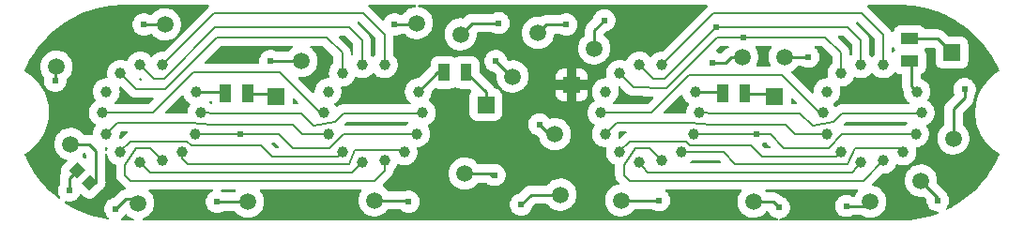
<source format=gbl>
G04 Layer: BottomLayer*
G04 EasyEDA v6.5.1, 2022-03-27 10:56:42*
G04 f4f8d14073c14480b57db79f537dda5a,f5a38c858c354eb5b90fd3f81420cce3,10*
G04 Gerber Generator version 0.2*
G04 Scale: 100 percent, Rotated: No, Reflected: No *
G04 Dimensions in millimeters *
G04 leading zeros omitted , absolute positions ,4 integer and 5 decimal *
%FSLAX45Y45*%
%MOMM*%

%ADD10C,0.2540*%
%ADD11C,0.1500*%
%ADD12C,0.6096*%
%ADD13C,0.6100*%
%ADD14C,0.6050*%
%ADD20C,1.0000*%
%ADD22C,1.5000*%

%LPD*%
G36*
X3339998Y-169113D02*
G01*
X3336086Y-168300D01*
X3332835Y-166116D01*
X3210001Y-43434D01*
X3207664Y-40182D01*
X3206800Y-36271D01*
X3207512Y-32308D01*
X3209696Y-28956D01*
X3212998Y-26720D01*
X3216960Y-25908D01*
X3626764Y-25908D01*
X3631082Y-26873D01*
X3634587Y-29565D01*
X3636568Y-33426D01*
X3636772Y-37846D01*
X3635095Y-41910D01*
X3631844Y-44856D01*
X3627628Y-46177D01*
X3624173Y-46482D01*
X3607917Y-49784D01*
X3592118Y-54914D01*
X3576980Y-61823D01*
X3562756Y-70408D01*
X3549599Y-80518D01*
X3537712Y-92100D01*
X3527196Y-105003D01*
X3520541Y-115316D01*
X3518255Y-117805D01*
X3515309Y-119430D01*
X3512007Y-119989D01*
X3501542Y-119989D01*
X3498697Y-119583D01*
X3496056Y-118414D01*
X3490214Y-114655D01*
X3477971Y-108966D01*
X3465118Y-105003D01*
X3451809Y-102717D01*
X3438347Y-102311D01*
X3424885Y-103632D01*
X3411778Y-106781D01*
X3399180Y-111607D01*
X3387394Y-118110D01*
X3376523Y-126085D01*
X3366820Y-135483D01*
X3358438Y-146050D01*
X3351580Y-157683D01*
X3349345Y-162915D01*
X3347161Y-166166D01*
X3343859Y-168351D01*
G37*

%LPD*%
G36*
X7939786Y-457149D02*
G01*
X7935874Y-456387D01*
X7932572Y-454151D01*
X7930388Y-450850D01*
X7929625Y-446989D01*
X7929625Y-416610D01*
X7930388Y-412750D01*
X7932572Y-409448D01*
X7935874Y-407212D01*
X7939786Y-406450D01*
X7943646Y-407212D01*
X7946948Y-409448D01*
X7955381Y-423214D01*
X7957058Y-425196D01*
X7958886Y-428294D01*
X7959496Y-431800D01*
X7958886Y-435305D01*
X7957058Y-438404D01*
X7955381Y-440385D01*
X7946948Y-454151D01*
X7943646Y-456387D01*
G37*

%LPD*%
G36*
X6371742Y-462889D02*
G01*
X6368897Y-462483D01*
X6366256Y-461314D01*
X6360414Y-457555D01*
X6343650Y-449580D01*
X6341160Y-446278D01*
X6340144Y-442264D01*
X6340856Y-438200D01*
X6343091Y-434695D01*
X6379362Y-398475D01*
X6382613Y-396290D01*
X6386525Y-395528D01*
X6451092Y-395528D01*
X6455105Y-396341D01*
X6458458Y-398678D01*
X6460591Y-402132D01*
X6461252Y-406146D01*
X6460236Y-410108D01*
X6457746Y-413359D01*
X6454190Y-415340D01*
X6447840Y-417372D01*
X6442456Y-419608D01*
X6437122Y-422249D01*
X6432042Y-425297D01*
X6427114Y-428701D01*
X6422491Y-432409D01*
X6418021Y-436575D01*
X6394704Y-459892D01*
X6391402Y-462127D01*
X6387541Y-462889D01*
G37*

%LPD*%
G36*
X3058261Y-483362D02*
G01*
X3054553Y-482447D01*
X3051454Y-480212D01*
X3049371Y-477012D01*
X3048609Y-473252D01*
X3048558Y-457403D01*
X3047695Y-448360D01*
X3047288Y-445871D01*
X3045104Y-437032D01*
X3044291Y-434593D01*
X3040786Y-426161D01*
X3039668Y-423926D01*
X3034944Y-416102D01*
X3033471Y-414020D01*
X3027680Y-407009D01*
X2944672Y-323951D01*
X2942488Y-320649D01*
X2941726Y-316788D01*
X2942488Y-312877D01*
X2944672Y-309575D01*
X2947974Y-307390D01*
X2951886Y-306628D01*
X2994609Y-306628D01*
X2998470Y-307390D01*
X3001772Y-309575D01*
X3067405Y-375208D01*
X3069640Y-378510D01*
X3070402Y-382422D01*
X3070402Y-471982D01*
X3069488Y-476199D01*
X3066846Y-479704D01*
X3065373Y-480923D01*
X3062071Y-482854D01*
G37*

%LPD*%
G36*
X7558278Y-483362D02*
G01*
X7554569Y-482447D01*
X7551420Y-480263D01*
X7549337Y-477012D01*
X7548625Y-473252D01*
X7548575Y-457403D01*
X7547711Y-448360D01*
X7547305Y-445871D01*
X7544308Y-434593D01*
X7540802Y-426161D01*
X7534960Y-416102D01*
X7533487Y-414020D01*
X7527645Y-407009D01*
X7444689Y-323951D01*
X7442504Y-320649D01*
X7441692Y-316788D01*
X7442504Y-312877D01*
X7444689Y-309575D01*
X7447991Y-307390D01*
X7451852Y-306628D01*
X7494574Y-306628D01*
X7498486Y-307390D01*
X7501737Y-309575D01*
X7567422Y-375259D01*
X7569606Y-378510D01*
X7570368Y-382422D01*
X7570368Y-471982D01*
X7569453Y-476250D01*
X7566812Y-479704D01*
X7565390Y-480923D01*
X7562037Y-482854D01*
G37*

%LPD*%
G36*
X7749540Y-496366D02*
G01*
X7745323Y-495300D01*
X7741920Y-492607D01*
X7737449Y-487019D01*
X7729474Y-479298D01*
X7727188Y-475996D01*
X7726425Y-472033D01*
X7726375Y-343154D01*
X7725511Y-334060D01*
X7722870Y-322732D01*
X7722108Y-320294D01*
X7718602Y-311861D01*
X7712760Y-301802D01*
X7711287Y-299720D01*
X7705445Y-292709D01*
X7609789Y-196951D01*
X7607553Y-193649D01*
X7606792Y-189788D01*
X7607553Y-185877D01*
X7609789Y-182575D01*
X7613091Y-180390D01*
X7616952Y-179628D01*
X7621574Y-179628D01*
X7625486Y-180390D01*
X7628788Y-182575D01*
X7770622Y-324408D01*
X7772806Y-327710D01*
X7773568Y-331622D01*
X7773568Y-471982D01*
X7772653Y-476250D01*
X7770063Y-479704D01*
X7767726Y-481685D01*
X7757363Y-493064D01*
X7753807Y-495604D01*
G37*

%LPD*%
G36*
X3249523Y-496366D02*
G01*
X3245307Y-495300D01*
X3241903Y-492607D01*
X3237433Y-487019D01*
X3229508Y-479348D01*
X3227222Y-475996D01*
X3226409Y-472033D01*
X3226358Y-343154D01*
X3225495Y-334060D01*
X3225088Y-331571D01*
X3222904Y-322732D01*
X3222091Y-320294D01*
X3218586Y-311861D01*
X3217468Y-309626D01*
X3212744Y-301802D01*
X3211271Y-299720D01*
X3205480Y-292709D01*
X3109772Y-196951D01*
X3107588Y-193649D01*
X3106826Y-189788D01*
X3107588Y-185877D01*
X3109772Y-182575D01*
X3113074Y-180390D01*
X3116986Y-179628D01*
X3121456Y-179628D01*
X3125368Y-180390D01*
X3128619Y-182575D01*
X3270554Y-324510D01*
X3272739Y-327761D01*
X3273501Y-331673D01*
X3273501Y-472033D01*
X3272586Y-476300D01*
X3269945Y-479755D01*
X3267710Y-481685D01*
X3257346Y-493064D01*
X3253790Y-495604D01*
G37*

%LPD*%
G36*
X1736852Y-556971D02*
G01*
X1732991Y-556209D01*
X1729689Y-554024D01*
X1727454Y-550722D01*
X1726692Y-546811D01*
X1727454Y-542950D01*
X1729689Y-539648D01*
X1870862Y-398475D01*
X1874113Y-396290D01*
X1878025Y-395528D01*
X2514650Y-395528D01*
X2518714Y-396392D01*
X2522118Y-398780D01*
X2524252Y-402386D01*
X2524760Y-406552D01*
X2523540Y-410565D01*
X2520848Y-413715D01*
X2508199Y-423418D01*
X2496312Y-435000D01*
X2486964Y-446481D01*
X2483459Y-449224D01*
X2479090Y-450189D01*
X2383942Y-450189D01*
X2381097Y-449783D01*
X2378456Y-448614D01*
X2372614Y-444855D01*
X2360371Y-439166D01*
X2347518Y-435203D01*
X2334209Y-432917D01*
X2320747Y-432511D01*
X2307285Y-433832D01*
X2294178Y-436981D01*
X2281580Y-441807D01*
X2269794Y-448309D01*
X2258923Y-456285D01*
X2249220Y-465683D01*
X2240838Y-476250D01*
X2233980Y-487883D01*
X2228697Y-500278D01*
X2225141Y-513283D01*
X2223363Y-526643D01*
X2223363Y-540156D01*
X2224074Y-545490D01*
X2223719Y-549757D01*
X2221636Y-553516D01*
X2218182Y-556056D01*
X2214016Y-556971D01*
G37*

%LPD*%
G36*
X6713626Y-582371D02*
G01*
X6709511Y-581507D01*
X6706108Y-579069D01*
X6703974Y-575411D01*
X6703517Y-571246D01*
X6704787Y-567232D01*
X6709156Y-559511D01*
X6715607Y-544169D01*
X6720331Y-528269D01*
X6723125Y-511860D01*
X6724091Y-495300D01*
X6723125Y-478739D01*
X6720331Y-462330D01*
X6715607Y-446430D01*
X6709156Y-431088D01*
X6700977Y-416661D01*
X6697370Y-411632D01*
X6695592Y-407568D01*
X6695744Y-403148D01*
X6697776Y-399186D01*
X6701281Y-396494D01*
X6705600Y-395528D01*
X6832447Y-395528D01*
X6836664Y-396443D01*
X6840118Y-399034D01*
X6842201Y-402793D01*
X6842506Y-407111D01*
X6840981Y-411175D01*
X6832904Y-423773D01*
X6825589Y-438658D01*
X6820001Y-454304D01*
X6816242Y-470509D01*
X6814362Y-486968D01*
X6814362Y-503631D01*
X6816242Y-520090D01*
X6820001Y-536295D01*
X6825589Y-551942D01*
X6832853Y-566724D01*
X6834327Y-570788D01*
X6834022Y-575106D01*
X6831990Y-578866D01*
X6828536Y-581456D01*
X6824319Y-582371D01*
G37*

%LPD*%
G36*
X1150061Y-709371D02*
G01*
X1146149Y-708609D01*
X1142288Y-705815D01*
X1140104Y-702564D01*
X1139291Y-698754D01*
X1140002Y-694893D01*
X1142136Y-691591D01*
X1145336Y-689356D01*
X1149146Y-688492D01*
X1153617Y-688340D01*
X1157681Y-689051D01*
X1161846Y-692048D01*
X1164082Y-695350D01*
X1164844Y-699211D01*
X1164082Y-703122D01*
X1161846Y-706424D01*
X1158544Y-708609D01*
X1154684Y-709371D01*
G37*

%LPD*%
G36*
X2713177Y-824788D02*
G01*
X2709316Y-824026D01*
X2706014Y-821842D01*
X2579166Y-695096D01*
X2576931Y-691692D01*
X2576220Y-687628D01*
X2577134Y-683615D01*
X2579624Y-680313D01*
X2583180Y-678281D01*
X2587244Y-677773D01*
X2599334Y-678840D01*
X2615946Y-678383D01*
X2632405Y-675995D01*
X2648458Y-671779D01*
X2663952Y-665734D01*
X2678633Y-658012D01*
X2692349Y-648614D01*
X2704896Y-637743D01*
X2716123Y-625500D01*
X2725877Y-612038D01*
X2734056Y-597611D01*
X2740507Y-582269D01*
X2745232Y-566369D01*
X2748026Y-549960D01*
X2748991Y-533400D01*
X2748026Y-516839D01*
X2745232Y-500430D01*
X2740507Y-484530D01*
X2734056Y-469188D01*
X2725877Y-454761D01*
X2716123Y-441299D01*
X2704896Y-429056D01*
X2692349Y-418185D01*
X2686304Y-414070D01*
X2683357Y-410972D01*
X2681986Y-406908D01*
X2682341Y-402691D01*
X2684424Y-398932D01*
X2687878Y-396392D01*
X2692044Y-395528D01*
X2791409Y-395528D01*
X2795270Y-396290D01*
X2798572Y-398475D01*
X2889605Y-489508D01*
X2891840Y-492810D01*
X2892602Y-496722D01*
X2892602Y-548182D01*
X2891688Y-552450D01*
X2889046Y-555904D01*
X2886710Y-557885D01*
X2876753Y-568858D01*
X2868168Y-580999D01*
X2861157Y-594055D01*
X2855772Y-607872D01*
X2852166Y-622249D01*
X2850337Y-636981D01*
X2850337Y-651814D01*
X2852166Y-666546D01*
X2854706Y-676554D01*
X2854909Y-680313D01*
X2853791Y-683869D01*
X2851454Y-686765D01*
X2848203Y-688644D01*
X2844495Y-689203D01*
X2839872Y-689051D01*
X2825140Y-690422D01*
X2810611Y-693623D01*
X2796641Y-698550D01*
X2783332Y-705154D01*
X2770987Y-713333D01*
X2759710Y-722985D01*
X2749753Y-733958D01*
X2741168Y-746048D01*
X2734157Y-759155D01*
X2728772Y-772972D01*
X2725166Y-787349D01*
X2723337Y-802081D01*
X2723337Y-814628D01*
X2722575Y-818540D01*
X2720340Y-821842D01*
X2717088Y-824026D01*
G37*

%LPD*%
G36*
X7213193Y-824839D02*
G01*
X7209281Y-824077D01*
X7205980Y-821893D01*
X7024370Y-640232D01*
X7022236Y-637133D01*
X7021423Y-633425D01*
X7021982Y-629716D01*
X7023862Y-626414D01*
X7026808Y-624078D01*
X7034733Y-619912D01*
X7048449Y-610514D01*
X7060996Y-599643D01*
X7072223Y-587400D01*
X7075627Y-582676D01*
X7077913Y-580440D01*
X7080707Y-579018D01*
X7083856Y-578510D01*
X7115251Y-578510D01*
X7117791Y-578815D01*
X7120178Y-579780D01*
X7133031Y-586892D01*
X7145578Y-591718D01*
X7158685Y-594868D01*
X7172147Y-596188D01*
X7185609Y-595782D01*
X7198918Y-593496D01*
X7211771Y-589534D01*
X7224014Y-583844D01*
X7235393Y-576580D01*
X7245705Y-567893D01*
X7254748Y-557885D01*
X7262368Y-546760D01*
X7268464Y-534720D01*
X7272883Y-521970D01*
X7275575Y-508762D01*
X7276490Y-495300D01*
X7275575Y-481838D01*
X7272883Y-468630D01*
X7268464Y-455879D01*
X7262368Y-443839D01*
X7254748Y-432714D01*
X7245705Y-422706D01*
X7234681Y-413461D01*
X7232142Y-410209D01*
X7231075Y-406247D01*
X7231684Y-402183D01*
X7233818Y-398678D01*
X7237171Y-396341D01*
X7241184Y-395528D01*
X7291374Y-395528D01*
X7295286Y-396290D01*
X7298588Y-398475D01*
X7389622Y-489508D01*
X7391806Y-492810D01*
X7392568Y-496722D01*
X7392568Y-548182D01*
X7391653Y-552450D01*
X7389063Y-555904D01*
X7386726Y-557885D01*
X7376718Y-568858D01*
X7368133Y-580999D01*
X7361123Y-594055D01*
X7355789Y-607872D01*
X7352182Y-622249D01*
X7350353Y-636981D01*
X7350353Y-651814D01*
X7352182Y-666546D01*
X7354671Y-676554D01*
X7354925Y-680313D01*
X7353757Y-683869D01*
X7351420Y-686765D01*
X7348220Y-688644D01*
X7344511Y-689203D01*
X7339888Y-689051D01*
X7325106Y-690422D01*
X7310628Y-693623D01*
X7296658Y-698550D01*
X7283348Y-705154D01*
X7271003Y-713333D01*
X7259726Y-722985D01*
X7249718Y-733958D01*
X7241133Y-746048D01*
X7234123Y-759155D01*
X7228789Y-772972D01*
X7225182Y-787349D01*
X7223353Y-802081D01*
X7223353Y-814679D01*
X7222540Y-818591D01*
X7220356Y-821893D01*
X7217054Y-824077D01*
G37*

%LPD*%
G36*
X1789582Y-920292D02*
G01*
X1785569Y-919632D01*
X1782114Y-917448D01*
X1774596Y-910183D01*
X1772361Y-906881D01*
X1771497Y-902969D01*
X1772259Y-899058D01*
X1774443Y-895705D01*
X1777746Y-893470D01*
X1781657Y-892708D01*
X1788617Y-892708D01*
X1792325Y-893419D01*
X1795525Y-895400D01*
X1797761Y-898448D01*
X1798777Y-902055D01*
X1799336Y-909370D01*
X1798828Y-913384D01*
X1796796Y-916940D01*
X1793493Y-919327D01*
G37*

%LPD*%
G36*
X5424525Y-921969D02*
G01*
X5420410Y-921105D01*
X5417007Y-918667D01*
X5414873Y-915060D01*
X5414416Y-910894D01*
X5415635Y-906881D01*
X5418378Y-903732D01*
X5421985Y-900988D01*
X5432653Y-890676D01*
X5441950Y-879094D01*
X5449773Y-866495D01*
X5455970Y-853033D01*
X5460441Y-838911D01*
X5463184Y-824331D01*
X5464098Y-809498D01*
X5463184Y-794715D01*
X5460441Y-780135D01*
X5459780Y-778002D01*
X5459323Y-774293D01*
X5460238Y-770686D01*
X5462371Y-767638D01*
X5465521Y-765556D01*
X5469128Y-764794D01*
X5475884Y-764540D01*
X5479948Y-765251D01*
X5483402Y-767537D01*
X5543702Y-827786D01*
X5552948Y-835355D01*
X5562955Y-841298D01*
X5573776Y-845667D01*
X5585104Y-848360D01*
X5597093Y-849426D01*
X5770321Y-851357D01*
X5774182Y-852169D01*
X5777433Y-854354D01*
X5779617Y-857656D01*
X5780379Y-861568D01*
X5779566Y-865428D01*
X5777382Y-868680D01*
X5727039Y-919022D01*
X5723788Y-921207D01*
X5719876Y-921969D01*
G37*

%LPD*%
G36*
X924509Y-921969D02*
G01*
X920394Y-921105D01*
X916990Y-918667D01*
X914908Y-915060D01*
X914400Y-910894D01*
X915619Y-906881D01*
X918413Y-903732D01*
X921969Y-900988D01*
X932637Y-890676D01*
X941933Y-879094D01*
X949756Y-866495D01*
X955954Y-853033D01*
X960475Y-838911D01*
X963168Y-824331D01*
X964082Y-809498D01*
X963168Y-794715D01*
X960475Y-780135D01*
X959764Y-778002D01*
X959307Y-774293D01*
X960221Y-770686D01*
X962406Y-767638D01*
X965504Y-765556D01*
X969162Y-764794D01*
X975868Y-764540D01*
X979881Y-765251D01*
X983335Y-767537D01*
X1060348Y-844448D01*
X1067358Y-850290D01*
X1069441Y-851763D01*
X1079500Y-857605D01*
X1087932Y-861110D01*
X1099210Y-864057D01*
X1101699Y-864514D01*
X1110792Y-865378D01*
X1260348Y-865428D01*
X1264208Y-866190D01*
X1267510Y-868375D01*
X1269746Y-871677D01*
X1270508Y-875588D01*
X1269746Y-879449D01*
X1267510Y-882751D01*
X1231239Y-919022D01*
X1227988Y-921207D01*
X1224076Y-921969D01*
G37*

%LPD*%
G36*
X7027570Y-925271D02*
G01*
X7023658Y-924509D01*
X7020407Y-922324D01*
X7018172Y-919022D01*
X7017410Y-915111D01*
X7017410Y-878484D01*
X7018172Y-874572D01*
X7020407Y-871270D01*
X7023658Y-869086D01*
X7027570Y-868324D01*
X7031481Y-869086D01*
X7034733Y-871270D01*
X7071410Y-907948D01*
X7073646Y-911250D01*
X7074408Y-915111D01*
X7073646Y-919022D01*
X7071410Y-922324D01*
X7068108Y-924509D01*
X7064248Y-925271D01*
G37*

%LPD*%
G36*
X2531770Y-925271D02*
G01*
X2527858Y-924509D01*
X2524607Y-922324D01*
X2522372Y-919022D01*
X2521610Y-915111D01*
X2521610Y-882650D01*
X2522372Y-878789D01*
X2524607Y-875487D01*
X2527858Y-873252D01*
X2531770Y-872490D01*
X2535631Y-873252D01*
X2538933Y-875487D01*
X2571445Y-907948D01*
X2573680Y-911250D01*
X2574442Y-915111D01*
X2573680Y-919022D01*
X2571445Y-922324D01*
X2568143Y-924509D01*
X2564282Y-925271D01*
G37*

%LPD*%
G36*
X7419035Y-948385D02*
G01*
X7415022Y-946810D01*
X7412075Y-943711D01*
X7403846Y-930402D01*
X7402068Y-928166D01*
X7400086Y-924255D01*
X7399985Y-919937D01*
X7401661Y-915924D01*
X7404862Y-912977D01*
X7410145Y-909929D01*
X7421981Y-900988D01*
X7432649Y-890676D01*
X7441946Y-879094D01*
X7449769Y-866495D01*
X7455966Y-853033D01*
X7460437Y-838911D01*
X7463180Y-824331D01*
X7464094Y-809498D01*
X7463180Y-794715D01*
X7460437Y-780135D01*
X7459776Y-778002D01*
X7459319Y-774293D01*
X7460234Y-770686D01*
X7462367Y-767638D01*
X7465517Y-765556D01*
X7469174Y-764794D01*
X7481722Y-764387D01*
X7496352Y-762101D01*
X7510627Y-758037D01*
X7524292Y-752246D01*
X7537145Y-744829D01*
X7548981Y-735888D01*
X7559649Y-725576D01*
X7568946Y-714044D01*
X7576769Y-701395D01*
X7582966Y-687933D01*
X7584287Y-683717D01*
X7586472Y-679958D01*
X7590028Y-677418D01*
X7594295Y-676656D01*
X7598511Y-677722D01*
X7601407Y-679145D01*
X7615428Y-684072D01*
X7629906Y-687273D01*
X7644688Y-688644D01*
X7659522Y-688187D01*
X7674152Y-685901D01*
X7688427Y-681837D01*
X7702092Y-676046D01*
X7714945Y-668629D01*
X7726781Y-659688D01*
X7737449Y-649376D01*
X7741920Y-643788D01*
X7745323Y-641096D01*
X7749540Y-640029D01*
X7753807Y-640791D01*
X7757363Y-643331D01*
X7767726Y-654710D01*
X7779003Y-664362D01*
X7791348Y-672541D01*
X7804607Y-679145D01*
X7818628Y-684072D01*
X7833106Y-687273D01*
X7847888Y-688644D01*
X7862722Y-688187D01*
X7877352Y-685901D01*
X7891627Y-681837D01*
X7905292Y-676046D01*
X7918145Y-668629D01*
X7929981Y-659688D01*
X7940649Y-649376D01*
X7949946Y-637794D01*
X7953603Y-633679D01*
X7957667Y-632104D01*
X7961985Y-632358D01*
X7965795Y-634390D01*
X7970977Y-638810D01*
X7980425Y-644601D01*
X7990636Y-648817D01*
X8001355Y-651408D01*
X8013039Y-652322D01*
X8016646Y-653338D01*
X8019694Y-655574D01*
X8021675Y-658774D01*
X8022386Y-662432D01*
X8022386Y-758494D01*
X8022590Y-764641D01*
X8023250Y-770534D01*
X8024317Y-776376D01*
X8025739Y-782116D01*
X8027619Y-787755D01*
X8029905Y-793242D01*
X8032546Y-798474D01*
X8034629Y-801878D01*
X8035747Y-804418D01*
X8036153Y-807212D01*
X8036153Y-816914D01*
X8037982Y-831646D01*
X8041589Y-846023D01*
X8046923Y-859840D01*
X8053933Y-872947D01*
X8062518Y-885037D01*
X8072526Y-896010D01*
X8083803Y-905662D01*
X8085328Y-906678D01*
X8088325Y-909726D01*
X8089747Y-913790D01*
X8089442Y-918057D01*
X8087359Y-921816D01*
X8083905Y-924356D01*
X8079689Y-925271D01*
X7477556Y-925321D01*
X7468463Y-926185D01*
X7457135Y-928827D01*
X7454696Y-929589D01*
X7446264Y-933094D01*
X7436205Y-938936D01*
X7434122Y-940409D01*
X7427163Y-946200D01*
X7423353Y-948182D01*
G37*

%LPD*%
G36*
X5880354Y-1010869D02*
G01*
X5876493Y-1010107D01*
X5873191Y-1007922D01*
X5870956Y-1004620D01*
X5870194Y-1000709D01*
X5870956Y-996848D01*
X5873191Y-993546D01*
X6024727Y-842010D01*
X6028080Y-839774D01*
X6031992Y-839012D01*
X6035903Y-839876D01*
X6039205Y-842111D01*
X6041390Y-845515D01*
X6046927Y-859840D01*
X6053937Y-872947D01*
X6062522Y-885037D01*
X6072530Y-896010D01*
X6083808Y-905662D01*
X6095593Y-913485D01*
X6098438Y-916330D01*
X6099962Y-920089D01*
X6099911Y-924102D01*
X6098286Y-927811D01*
X6092037Y-936548D01*
X6085027Y-949655D01*
X6079693Y-963472D01*
X6076086Y-977849D01*
X6074257Y-992581D01*
X6074257Y-1000709D01*
X6073444Y-1004620D01*
X6071260Y-1007922D01*
X6067958Y-1010107D01*
X6064097Y-1010869D01*
G37*

%LPD*%
G36*
X1384554Y-1010869D02*
G01*
X1380693Y-1010107D01*
X1377391Y-1007922D01*
X1375156Y-1004620D01*
X1374394Y-1000709D01*
X1375156Y-996848D01*
X1377391Y-993546D01*
X1525879Y-845007D01*
X1529232Y-842822D01*
X1533194Y-842060D01*
X1537106Y-842873D01*
X1540408Y-845159D01*
X1542542Y-848563D01*
X1546961Y-859840D01*
X1553972Y-872947D01*
X1562506Y-885037D01*
X1572514Y-896010D01*
X1583791Y-905662D01*
X1595577Y-913485D01*
X1598422Y-916330D01*
X1599946Y-920089D01*
X1599895Y-924102D01*
X1598269Y-927811D01*
X1592072Y-936548D01*
X1585061Y-949655D01*
X1579676Y-963472D01*
X1576070Y-977849D01*
X1574241Y-992581D01*
X1574241Y-1000709D01*
X1573479Y-1004620D01*
X1571244Y-1007922D01*
X1567942Y-1010107D01*
X1564081Y-1010869D01*
G37*

%LPD*%
G36*
X3002686Y-1115771D02*
G01*
X2998774Y-1115009D01*
X2995472Y-1112824D01*
X2993288Y-1109522D01*
X2992526Y-1105611D01*
X2993288Y-1101750D01*
X2995472Y-1098448D01*
X3009646Y-1084275D01*
X3012948Y-1082090D01*
X3016808Y-1081328D01*
X3558844Y-1081328D01*
X3562858Y-1082141D01*
X3566210Y-1084478D01*
X3568344Y-1087932D01*
X3568954Y-1091996D01*
X3567937Y-1095959D01*
X3565448Y-1099210D01*
X3559810Y-1103985D01*
X3552088Y-1112469D01*
X3548684Y-1114907D01*
X3544570Y-1115771D01*
G37*

%LPD*%
G36*
X7502652Y-1115771D02*
G01*
X7498791Y-1115009D01*
X7495489Y-1112824D01*
X7493253Y-1109522D01*
X7492492Y-1105611D01*
X7493253Y-1101750D01*
X7495489Y-1098448D01*
X7509662Y-1084275D01*
X7512913Y-1082090D01*
X7516825Y-1081328D01*
X8058810Y-1081328D01*
X8062823Y-1082141D01*
X8066176Y-1084478D01*
X8068360Y-1087932D01*
X8068970Y-1091996D01*
X8067954Y-1095959D01*
X8065414Y-1099210D01*
X8059826Y-1103985D01*
X8052104Y-1112469D01*
X8048701Y-1114907D01*
X8044586Y-1115771D01*
G37*

%LPD*%
G36*
X969162Y-1235252D02*
G01*
X965504Y-1234440D01*
X962406Y-1232357D01*
X960221Y-1229309D01*
X959307Y-1225702D01*
X959764Y-1221994D01*
X960475Y-1219911D01*
X963168Y-1205331D01*
X964082Y-1190498D01*
X963777Y-1185418D01*
X964437Y-1181201D01*
X966724Y-1177645D01*
X974496Y-1169873D01*
X977747Y-1167688D01*
X981659Y-1166926D01*
X1026160Y-1166926D01*
X1029969Y-1167638D01*
X1033221Y-1169771D01*
X1035456Y-1172972D01*
X1036269Y-1176782D01*
X1035659Y-1180642D01*
X1033576Y-1183944D01*
X1030478Y-1186281D01*
X1026058Y-1188313D01*
X1018387Y-1192936D01*
X1016304Y-1194409D01*
X1009294Y-1200251D01*
X977188Y-1232306D01*
X973734Y-1234541D01*
G37*

%LPD*%
G36*
X5469128Y-1235252D02*
G01*
X5465521Y-1234440D01*
X5462371Y-1232357D01*
X5460238Y-1229309D01*
X5459323Y-1225702D01*
X5459780Y-1221994D01*
X5460441Y-1219911D01*
X5463184Y-1205331D01*
X5464098Y-1190498D01*
X5463794Y-1185519D01*
X5464403Y-1181303D01*
X5466740Y-1177747D01*
X5474614Y-1169873D01*
X5477865Y-1167688D01*
X5481777Y-1166926D01*
X5526278Y-1166926D01*
X5530088Y-1167638D01*
X5533339Y-1169771D01*
X5535574Y-1172972D01*
X5536387Y-1176782D01*
X5535777Y-1180642D01*
X5533694Y-1183944D01*
X5530596Y-1186281D01*
X5526176Y-1188313D01*
X5518505Y-1192936D01*
X5516422Y-1194409D01*
X5509412Y-1200251D01*
X5477306Y-1232306D01*
X5473852Y-1234541D01*
G37*

%LPD*%
G36*
X2373325Y-1318971D02*
G01*
X2369413Y-1318209D01*
X2366162Y-1316024D01*
X2335987Y-1285849D01*
X2333752Y-1282547D01*
X2332990Y-1278686D01*
X2333752Y-1274775D01*
X2335987Y-1271473D01*
X2339289Y-1269288D01*
X2343150Y-1268526D01*
X2360472Y-1268526D01*
X2364384Y-1269288D01*
X2367635Y-1271473D01*
X2397810Y-1301648D01*
X2400046Y-1304950D01*
X2400808Y-1308811D01*
X2400046Y-1312722D01*
X2397810Y-1316024D01*
X2394508Y-1318209D01*
X2390648Y-1318971D01*
G37*

%LPD*%
G36*
X6792925Y-1318971D02*
G01*
X6789013Y-1318209D01*
X6785762Y-1316024D01*
X6761835Y-1292098D01*
X6759448Y-1288440D01*
X6758889Y-1284071D01*
X6760159Y-1279906D01*
X6763105Y-1276654D01*
X6767169Y-1273708D01*
X6770014Y-1272286D01*
X6773113Y-1271828D01*
X6796074Y-1271828D01*
X6799986Y-1272590D01*
X6803237Y-1274775D01*
X6830110Y-1301648D01*
X6832346Y-1304950D01*
X6833108Y-1308811D01*
X6832346Y-1312722D01*
X6830110Y-1316024D01*
X6826808Y-1318209D01*
X6822948Y-1318971D01*
G37*

%LPD*%
G36*
X840028Y-1344066D02*
G01*
X836218Y-1342542D01*
X833323Y-1339596D01*
X831850Y-1335786D01*
X830580Y-1328470D01*
X829360Y-1323594D01*
X829106Y-1319936D01*
X830122Y-1316482D01*
X832307Y-1313586D01*
X835406Y-1311656D01*
X838962Y-1310894D01*
X844600Y-1310792D01*
X848258Y-1311402D01*
X851458Y-1313281D01*
X853795Y-1316177D01*
X854913Y-1319733D01*
X854710Y-1323441D01*
X852169Y-1333449D01*
X851916Y-1335328D01*
X850595Y-1339240D01*
X847852Y-1342288D01*
X844143Y-1343964D01*
G37*

%LPD*%
G36*
X656031Y-1416558D02*
G01*
X652170Y-1415846D01*
X648868Y-1413713D01*
X628802Y-1394358D01*
X626567Y-1391158D01*
X625703Y-1387348D01*
X626364Y-1383487D01*
X628396Y-1380185D01*
X633323Y-1374800D01*
X636727Y-1370076D01*
X639013Y-1367840D01*
X641807Y-1366418D01*
X647141Y-1365910D01*
X651002Y-1366672D01*
X654304Y-1368907D01*
X663092Y-1377696D01*
X665327Y-1380998D01*
X666089Y-1384858D01*
X666089Y-1406398D01*
X665327Y-1410258D01*
X663143Y-1413560D01*
X659892Y-1415745D01*
G37*

%LPD*%
G36*
X6120942Y-1458671D02*
G01*
X6117031Y-1457909D01*
X6113678Y-1455674D01*
X6111494Y-1452321D01*
X6110782Y-1448409D01*
X6111595Y-1444498D01*
X6113830Y-1441246D01*
X6118758Y-1436471D01*
X6122009Y-1434338D01*
X6125819Y-1433626D01*
X6373672Y-1433626D01*
X6377584Y-1434388D01*
X6380835Y-1436573D01*
X6385610Y-1441348D01*
X6387846Y-1444650D01*
X6388608Y-1448511D01*
X6387846Y-1452422D01*
X6385610Y-1455724D01*
X6382308Y-1457909D01*
X6378448Y-1458671D01*
G37*

%LPD*%
G36*
X1901342Y-1720189D02*
G01*
X1898497Y-1719783D01*
X1895856Y-1718614D01*
X1890014Y-1714855D01*
X1881835Y-1711045D01*
X1878634Y-1708759D01*
X1876602Y-1705457D01*
X1875942Y-1701596D01*
X1876755Y-1697786D01*
X1878990Y-1694586D01*
X1882241Y-1692402D01*
X1886102Y-1691690D01*
X2003196Y-1691690D01*
X2006904Y-1692402D01*
X2010156Y-1694434D01*
X2012391Y-1697482D01*
X2013305Y-1701139D01*
X2012848Y-1704949D01*
X2011070Y-1708251D01*
X2004364Y-1716481D01*
X2000859Y-1719224D01*
X1996490Y-1720189D01*
G37*

%LPD*%
G36*
X420166Y-1777238D02*
G01*
X416001Y-1777136D01*
X412242Y-1775358D01*
X397611Y-1764284D01*
X364134Y-1736598D01*
X331978Y-1707489D01*
X301091Y-1676958D01*
X271627Y-1645107D01*
X243636Y-1611934D01*
X217119Y-1577543D01*
X192176Y-1542034D01*
X168808Y-1505458D01*
X147116Y-1467866D01*
X127152Y-1429308D01*
X108864Y-1389938D01*
X104851Y-1380134D01*
X104089Y-1376629D01*
X104597Y-1373073D01*
X106273Y-1369923D01*
X108966Y-1367586D01*
X134924Y-1351635D01*
X159359Y-1334109D01*
X182422Y-1314958D01*
X204165Y-1294180D01*
X224332Y-1271981D01*
X242874Y-1248359D01*
X259740Y-1223518D01*
X274828Y-1197559D01*
X287985Y-1170584D01*
X299262Y-1142746D01*
X308559Y-1114196D01*
X315772Y-1085088D01*
X320954Y-1055471D01*
X324002Y-1025601D01*
X324967Y-995629D01*
X323850Y-965606D01*
X320548Y-935786D01*
X315214Y-906221D01*
X307797Y-877112D01*
X298297Y-848614D01*
X286867Y-820877D01*
X273507Y-794004D01*
X258267Y-768146D01*
X241249Y-743407D01*
X222504Y-719937D01*
X202184Y-697839D01*
X180390Y-677214D01*
X157124Y-658164D01*
X132638Y-640842D01*
X110998Y-627634D01*
X108305Y-625297D01*
X106629Y-622096D01*
X106121Y-618540D01*
X106883Y-615035D01*
X111506Y-604113D01*
X129895Y-565048D01*
X150063Y-526846D01*
X171856Y-489610D01*
X195275Y-453339D01*
X220319Y-418134D01*
X246837Y-384098D01*
X274878Y-351282D01*
X304342Y-319684D01*
X335178Y-289458D01*
X367334Y-260654D01*
X400710Y-233273D01*
X435254Y-207416D01*
X470916Y-183083D01*
X507644Y-160375D01*
X545338Y-139344D01*
X583946Y-119938D01*
X623366Y-102311D01*
X663498Y-86461D01*
X704291Y-72339D01*
X745693Y-60096D01*
X787603Y-49682D01*
X829919Y-41148D01*
X872591Y-34493D01*
X915466Y-29718D01*
X958545Y-26873D01*
X1001877Y-25908D01*
X1759305Y-25908D01*
X1763268Y-26720D01*
X1766620Y-29006D01*
X1768805Y-32359D01*
X1769465Y-36322D01*
X1768551Y-40284D01*
X1766214Y-43535D01*
X1762912Y-46583D01*
X1364386Y-445058D01*
X1360982Y-447344D01*
X1356918Y-448056D01*
X1347876Y-447751D01*
X1333093Y-449122D01*
X1318615Y-452323D01*
X1304645Y-457250D01*
X1291336Y-463854D01*
X1278991Y-472033D01*
X1267714Y-481685D01*
X1257350Y-493064D01*
X1253794Y-495604D01*
X1249527Y-496366D01*
X1245311Y-495300D01*
X1241907Y-492607D01*
X1237437Y-487019D01*
X1226769Y-476707D01*
X1214932Y-467766D01*
X1202080Y-460349D01*
X1188415Y-454558D01*
X1174191Y-450494D01*
X1159510Y-448208D01*
X1144676Y-447751D01*
X1129893Y-449122D01*
X1115415Y-452323D01*
X1101445Y-457250D01*
X1088136Y-463854D01*
X1075791Y-472033D01*
X1064514Y-481685D01*
X1054506Y-492658D01*
X1045971Y-504748D01*
X1038910Y-517855D01*
X1034440Y-529437D01*
X1032256Y-532841D01*
X1028903Y-535127D01*
X1024940Y-535940D01*
X1020978Y-535127D01*
X1010666Y-530758D01*
X996391Y-526694D01*
X981710Y-524408D01*
X966876Y-523951D01*
X952093Y-525322D01*
X937615Y-528523D01*
X923645Y-533450D01*
X910336Y-540054D01*
X897991Y-548233D01*
X886714Y-557885D01*
X876706Y-568858D01*
X868171Y-580999D01*
X861161Y-594055D01*
X855776Y-607872D01*
X852169Y-622249D01*
X850341Y-636981D01*
X850341Y-651814D01*
X852169Y-666546D01*
X854659Y-676554D01*
X854913Y-680313D01*
X853795Y-683869D01*
X851458Y-686765D01*
X848207Y-688644D01*
X844499Y-689203D01*
X839876Y-689051D01*
X825093Y-690422D01*
X810615Y-693623D01*
X796645Y-698550D01*
X783336Y-705154D01*
X770991Y-713333D01*
X759714Y-722985D01*
X749706Y-733958D01*
X741172Y-746048D01*
X734161Y-759155D01*
X728776Y-772972D01*
X725170Y-787349D01*
X723341Y-802081D01*
X723341Y-816914D01*
X725170Y-831646D01*
X728776Y-846023D01*
X734161Y-859840D01*
X741172Y-872947D01*
X747369Y-881684D01*
X748995Y-885393D01*
X749046Y-889406D01*
X747522Y-893165D01*
X744677Y-896010D01*
X732891Y-903833D01*
X721614Y-913485D01*
X711606Y-924458D01*
X703072Y-936548D01*
X696061Y-949655D01*
X690676Y-963472D01*
X687070Y-977849D01*
X685241Y-992581D01*
X685241Y-1007414D01*
X687070Y-1022146D01*
X690676Y-1036523D01*
X696061Y-1050340D01*
X703072Y-1063447D01*
X711606Y-1075537D01*
X721614Y-1086510D01*
X732891Y-1096162D01*
X744677Y-1103985D01*
X747522Y-1106830D01*
X749046Y-1110589D01*
X748995Y-1114602D01*
X747369Y-1118311D01*
X741172Y-1127048D01*
X734161Y-1140155D01*
X728776Y-1153972D01*
X725170Y-1168349D01*
X723341Y-1183081D01*
X723341Y-1193444D01*
X722680Y-1197102D01*
X720750Y-1200251D01*
X717804Y-1202537D01*
X714248Y-1203553D01*
X710539Y-1203299D01*
X703427Y-1201369D01*
X697636Y-1200353D01*
X691743Y-1199692D01*
X685596Y-1199489D01*
X644956Y-1199489D01*
X641807Y-1198981D01*
X639013Y-1197559D01*
X636727Y-1195324D01*
X633323Y-1190599D01*
X622096Y-1178356D01*
X609549Y-1167485D01*
X595833Y-1158087D01*
X581152Y-1150366D01*
X565658Y-1144320D01*
X549605Y-1140104D01*
X533146Y-1137716D01*
X516534Y-1137259D01*
X499973Y-1138682D01*
X483717Y-1141984D01*
X467918Y-1147114D01*
X452780Y-1154023D01*
X438556Y-1162608D01*
X425399Y-1172718D01*
X413512Y-1184300D01*
X402996Y-1197203D01*
X394004Y-1211173D01*
X386689Y-1226058D01*
X381101Y-1241704D01*
X377342Y-1257909D01*
X375462Y-1274368D01*
X375462Y-1291031D01*
X377342Y-1307490D01*
X381101Y-1323695D01*
X386689Y-1339342D01*
X394004Y-1354226D01*
X402996Y-1368196D01*
X413512Y-1381099D01*
X425399Y-1392682D01*
X438556Y-1402791D01*
X452780Y-1411376D01*
X467918Y-1418285D01*
X482498Y-1423009D01*
X486054Y-1425041D01*
X488543Y-1428292D01*
X489508Y-1432255D01*
X488848Y-1436319D01*
X486664Y-1439722D01*
X452831Y-1474774D01*
X445566Y-1483614D01*
X439928Y-1493164D01*
X435864Y-1503476D01*
X433476Y-1514246D01*
X432816Y-1525270D01*
X433882Y-1536293D01*
X435457Y-1542338D01*
X435711Y-1545996D01*
X434644Y-1549501D01*
X432308Y-1554124D01*
X430022Y-1559610D01*
X428142Y-1565249D01*
X426720Y-1570990D01*
X425653Y-1576832D01*
X424992Y-1582724D01*
X424789Y-1588871D01*
X424789Y-1641805D01*
X424434Y-1644497D01*
X423367Y-1646986D01*
X417880Y-1656283D01*
X412597Y-1668678D01*
X409041Y-1681683D01*
X407263Y-1695043D01*
X407263Y-1708556D01*
X409041Y-1721916D01*
X412597Y-1734921D01*
X417880Y-1747316D01*
X424738Y-1758950D01*
X426313Y-1760931D01*
X428193Y-1764639D01*
X428396Y-1768805D01*
X426923Y-1772716D01*
X424027Y-1775663D01*
G37*

%LPC*%
G36*
X377647Y-812088D02*
G01*
X391109Y-811682D01*
X404418Y-809396D01*
X417271Y-805434D01*
X429514Y-799744D01*
X440893Y-792480D01*
X451205Y-783793D01*
X460248Y-773785D01*
X467868Y-762660D01*
X473964Y-750620D01*
X478383Y-737870D01*
X481076Y-724662D01*
X481990Y-711200D01*
X481584Y-705561D01*
X481838Y-702462D01*
X483057Y-699617D01*
X485089Y-697230D01*
X495096Y-688543D01*
X506323Y-676300D01*
X516077Y-662838D01*
X524256Y-648411D01*
X530707Y-633069D01*
X535432Y-617169D01*
X538226Y-600760D01*
X539191Y-584200D01*
X538226Y-567639D01*
X535432Y-551230D01*
X530707Y-535330D01*
X524256Y-519988D01*
X516077Y-505561D01*
X506323Y-492099D01*
X495096Y-479856D01*
X482549Y-468985D01*
X468833Y-459587D01*
X454151Y-451866D01*
X438658Y-445820D01*
X422605Y-441604D01*
X406146Y-439216D01*
X389534Y-438759D01*
X372973Y-440182D01*
X356717Y-443484D01*
X340918Y-448614D01*
X325780Y-455523D01*
X311556Y-464108D01*
X298399Y-474218D01*
X286512Y-485800D01*
X275996Y-498703D01*
X267004Y-512673D01*
X259689Y-527558D01*
X254101Y-543204D01*
X250342Y-559409D01*
X248462Y-575868D01*
X248462Y-592531D01*
X250342Y-608990D01*
X254101Y-625195D01*
X259689Y-640842D01*
X267004Y-655726D01*
X275996Y-669696D01*
X281584Y-676554D01*
X283210Y-679348D01*
X283870Y-682498D01*
X283514Y-685698D01*
X282041Y-691083D01*
X280263Y-704443D01*
X280263Y-717956D01*
X282041Y-731316D01*
X285597Y-744321D01*
X290880Y-756716D01*
X297738Y-768350D01*
X306120Y-778916D01*
X315823Y-788314D01*
X326694Y-796290D01*
X338480Y-802792D01*
X351078Y-807618D01*
X364185Y-810768D01*
G37*
G36*
X1367434Y-348640D02*
G01*
X1384046Y-348183D01*
X1400505Y-345795D01*
X1416558Y-341579D01*
X1432052Y-335534D01*
X1446733Y-327812D01*
X1460449Y-318414D01*
X1472996Y-307543D01*
X1484223Y-295300D01*
X1493977Y-281838D01*
X1502156Y-267411D01*
X1508607Y-252069D01*
X1513332Y-236169D01*
X1516126Y-219760D01*
X1517091Y-203200D01*
X1516126Y-186639D01*
X1513332Y-170230D01*
X1508607Y-154330D01*
X1502156Y-138988D01*
X1493977Y-124561D01*
X1484223Y-111099D01*
X1472996Y-98856D01*
X1460449Y-87985D01*
X1446733Y-78587D01*
X1432052Y-70866D01*
X1416558Y-64820D01*
X1400505Y-60604D01*
X1384046Y-58216D01*
X1367434Y-57759D01*
X1350873Y-59182D01*
X1334617Y-62484D01*
X1318818Y-67614D01*
X1303680Y-74523D01*
X1289456Y-83108D01*
X1276299Y-93218D01*
X1264412Y-104800D01*
X1255064Y-116281D01*
X1251559Y-119024D01*
X1247190Y-119989D01*
X1240942Y-119989D01*
X1238097Y-119583D01*
X1235456Y-118414D01*
X1229614Y-114655D01*
X1217371Y-108966D01*
X1204518Y-105003D01*
X1191209Y-102717D01*
X1177747Y-102311D01*
X1164285Y-103632D01*
X1151178Y-106781D01*
X1138580Y-111607D01*
X1126794Y-118110D01*
X1115923Y-126085D01*
X1106220Y-135483D01*
X1097838Y-146050D01*
X1090980Y-157683D01*
X1085697Y-170078D01*
X1082141Y-183083D01*
X1080363Y-196443D01*
X1080363Y-209956D01*
X1082141Y-223316D01*
X1085697Y-236321D01*
X1090980Y-248716D01*
X1097838Y-260350D01*
X1106220Y-270916D01*
X1115923Y-280314D01*
X1126794Y-288290D01*
X1138580Y-294792D01*
X1151178Y-299618D01*
X1164285Y-302768D01*
X1177747Y-304088D01*
X1191209Y-303682D01*
X1204518Y-301396D01*
X1217371Y-297434D01*
X1229614Y-291744D01*
X1235456Y-287985D01*
X1238097Y-286816D01*
X1240942Y-286410D01*
X1247190Y-286410D01*
X1251559Y-287375D01*
X1255064Y-290118D01*
X1264412Y-301599D01*
X1276299Y-313182D01*
X1289456Y-323291D01*
X1303680Y-331876D01*
X1318818Y-338785D01*
X1334617Y-343916D01*
X1350873Y-347218D01*
G37*

%LPD*%
G36*
X855065Y-1962810D02*
G01*
X828548Y-1958593D01*
X786028Y-1949957D01*
X743915Y-1939391D01*
X702310Y-1926996D01*
X661314Y-1912772D01*
X620979Y-1896668D01*
X581406Y-1878838D01*
X542696Y-1859280D01*
X504850Y-1837943D01*
X471068Y-1816912D01*
X468122Y-1814118D01*
X466496Y-1810410D01*
X466445Y-1806346D01*
X468020Y-1802587D01*
X470916Y-1799742D01*
X474726Y-1798269D01*
X478790Y-1798421D01*
X491185Y-1801368D01*
X504647Y-1802688D01*
X518109Y-1802282D01*
X531418Y-1799996D01*
X544271Y-1796034D01*
X556514Y-1790344D01*
X567893Y-1783080D01*
X578205Y-1774393D01*
X587248Y-1764385D01*
X594868Y-1753260D01*
X600964Y-1741220D01*
X602183Y-1737664D01*
X604266Y-1734159D01*
X607517Y-1731772D01*
X611428Y-1730857D01*
X615442Y-1731518D01*
X618845Y-1733702D01*
X641045Y-1755089D01*
X649884Y-1762404D01*
X659384Y-1767992D01*
X669696Y-1772056D01*
X680516Y-1774443D01*
X691540Y-1775155D01*
X702564Y-1774088D01*
X713232Y-1771294D01*
X723392Y-1766874D01*
X732739Y-1760931D01*
X741324Y-1753362D01*
X789330Y-1703628D01*
X791768Y-1701800D01*
X794258Y-1700428D01*
X803757Y-1693316D01*
X812190Y-1684883D01*
X819302Y-1675384D01*
X824331Y-1666189D01*
X830071Y-1656435D01*
X834136Y-1646123D01*
X836523Y-1635353D01*
X837184Y-1624330D01*
X836117Y-1613306D01*
X832510Y-1598523D01*
X832510Y-1381658D01*
X833374Y-1377594D01*
X835812Y-1374190D01*
X839368Y-1372057D01*
X843534Y-1371549D01*
X847496Y-1372717D01*
X850696Y-1375410D01*
X852525Y-1379169D01*
X855776Y-1392123D01*
X861161Y-1405940D01*
X868171Y-1419047D01*
X876706Y-1431137D01*
X886714Y-1442110D01*
X897991Y-1451762D01*
X910336Y-1459941D01*
X923645Y-1466545D01*
X926896Y-1467713D01*
X930452Y-1469847D01*
X932840Y-1473250D01*
X933653Y-1477314D01*
X933703Y-1564132D01*
X934974Y-1576019D01*
X937869Y-1587296D01*
X942492Y-1598015D01*
X948588Y-1607921D01*
X956360Y-1617116D01*
X1009294Y-1670710D01*
X1016914Y-1676958D01*
X1019403Y-1680057D01*
X1020571Y-1683816D01*
X1020165Y-1687779D01*
X1018286Y-1691284D01*
X1015237Y-1693773D01*
X1011428Y-1694942D01*
X1004112Y-1695653D01*
X998321Y-1696720D01*
X992581Y-1698142D01*
X986942Y-1700022D01*
X981456Y-1702307D01*
X976121Y-1704949D01*
X971042Y-1707997D01*
X966114Y-1711401D01*
X961491Y-1715109D01*
X957021Y-1719275D01*
X910590Y-1765706D01*
X908354Y-1767382D01*
X905764Y-1768398D01*
X897178Y-1770481D01*
X884580Y-1775307D01*
X872794Y-1781810D01*
X861923Y-1789785D01*
X852220Y-1799183D01*
X843838Y-1809750D01*
X836980Y-1821383D01*
X831697Y-1833778D01*
X828141Y-1846783D01*
X826363Y-1860143D01*
X826363Y-1873656D01*
X828141Y-1887016D01*
X831697Y-1900021D01*
X836980Y-1912416D01*
X843838Y-1924050D01*
X852220Y-1934616D01*
X861923Y-1944014D01*
X865632Y-1947925D01*
X866800Y-1952243D01*
X866038Y-1956663D01*
X863447Y-1960321D01*
X859536Y-1962505D01*
G37*

%LPD*%
G36*
X6925005Y-1974088D02*
G01*
X6920839Y-1973173D01*
X6917385Y-1970633D01*
X6915302Y-1966874D01*
X6914946Y-1962607D01*
X6916369Y-1958593D01*
X6919366Y-1955495D01*
X6923328Y-1953920D01*
X6932218Y-1952396D01*
X6945071Y-1948434D01*
X6957314Y-1942744D01*
X6968693Y-1935480D01*
X6979005Y-1926793D01*
X6988048Y-1916785D01*
X6995668Y-1905660D01*
X7001764Y-1893620D01*
X7006183Y-1880870D01*
X7008875Y-1867662D01*
X7009790Y-1854200D01*
X7008875Y-1840738D01*
X7006183Y-1827530D01*
X7001764Y-1814779D01*
X6995668Y-1802739D01*
X6988048Y-1791614D01*
X6979005Y-1781606D01*
X6968693Y-1772920D01*
X6957314Y-1765655D01*
X6945071Y-1759966D01*
X6927697Y-1754733D01*
X6925157Y-1752904D01*
X6916978Y-1744675D01*
X6912508Y-1740509D01*
X6907885Y-1736801D01*
X6903008Y-1733397D01*
X6897878Y-1730349D01*
X6892544Y-1727707D01*
X6887057Y-1725422D01*
X6881418Y-1723542D01*
X6875678Y-1722120D01*
X6869836Y-1721053D01*
X6863943Y-1720392D01*
X6857796Y-1720189D01*
X6804456Y-1720189D01*
X6801307Y-1719681D01*
X6798513Y-1718259D01*
X6796227Y-1716024D01*
X6792823Y-1711299D01*
X6790181Y-1708404D01*
X6788150Y-1705051D01*
X6787489Y-1701241D01*
X6788353Y-1697431D01*
X6790588Y-1694230D01*
X6793839Y-1692097D01*
X6797649Y-1691335D01*
X7616596Y-1691639D01*
X7620355Y-1692351D01*
X7623556Y-1694383D01*
X7625791Y-1697482D01*
X7626756Y-1701139D01*
X7626299Y-1704898D01*
X7624470Y-1708251D01*
X7616596Y-1717903D01*
X7607604Y-1731873D01*
X7600289Y-1746757D01*
X7598562Y-1751533D01*
X7596428Y-1755089D01*
X7593075Y-1757425D01*
X7589012Y-1758289D01*
X7578242Y-1758289D01*
X7575397Y-1757883D01*
X7572756Y-1756714D01*
X7566914Y-1752955D01*
X7554671Y-1747266D01*
X7541818Y-1743303D01*
X7528509Y-1741017D01*
X7515047Y-1740611D01*
X7501585Y-1741932D01*
X7488478Y-1745081D01*
X7475880Y-1749907D01*
X7464094Y-1756410D01*
X7453223Y-1764385D01*
X7443520Y-1773783D01*
X7435138Y-1784350D01*
X7428280Y-1795983D01*
X7422997Y-1808378D01*
X7419441Y-1821383D01*
X7417663Y-1834743D01*
X7417663Y-1848256D01*
X7419441Y-1861616D01*
X7422997Y-1874621D01*
X7428280Y-1887016D01*
X7435138Y-1898650D01*
X7443520Y-1909216D01*
X7453223Y-1918614D01*
X7464094Y-1926589D01*
X7475880Y-1933092D01*
X7488478Y-1937918D01*
X7501585Y-1941068D01*
X7515047Y-1942388D01*
X7528509Y-1941982D01*
X7541818Y-1939696D01*
X7554671Y-1935734D01*
X7566914Y-1930044D01*
X7572756Y-1926285D01*
X7575397Y-1925116D01*
X7578242Y-1924710D01*
X7651343Y-1924710D01*
X7654086Y-1925066D01*
X7656626Y-1926183D01*
X7666380Y-1932076D01*
X7681518Y-1938985D01*
X7697317Y-1944116D01*
X7713573Y-1947418D01*
X7730134Y-1948840D01*
X7746746Y-1948383D01*
X7763205Y-1945995D01*
X7779258Y-1941779D01*
X7794752Y-1935734D01*
X7809433Y-1928012D01*
X7823149Y-1918614D01*
X7835696Y-1907743D01*
X7846923Y-1895500D01*
X7856677Y-1882038D01*
X7864856Y-1867611D01*
X7871307Y-1852269D01*
X7876031Y-1836369D01*
X7878825Y-1819960D01*
X7879791Y-1803400D01*
X7878825Y-1786839D01*
X7876031Y-1770430D01*
X7871307Y-1754530D01*
X7864856Y-1739188D01*
X7856677Y-1724761D01*
X7846923Y-1711299D01*
X7835696Y-1699056D01*
X7823149Y-1688185D01*
X7809433Y-1678787D01*
X7794752Y-1671066D01*
X7779258Y-1665020D01*
X7763205Y-1660804D01*
X7756855Y-1659889D01*
X7752689Y-1658315D01*
X7749590Y-1655064D01*
X7748168Y-1650847D01*
X7748727Y-1646428D01*
X7751114Y-1642668D01*
X7838694Y-1555089D01*
X7842402Y-1552702D01*
X7847888Y-1552244D01*
X7862722Y-1551787D01*
X7877352Y-1549501D01*
X7891627Y-1545437D01*
X7905292Y-1539646D01*
X7918145Y-1532229D01*
X7929981Y-1523288D01*
X7940649Y-1512976D01*
X7949946Y-1501444D01*
X7957769Y-1488795D01*
X7963966Y-1475333D01*
X7965287Y-1471117D01*
X7967472Y-1467358D01*
X7971028Y-1464818D01*
X7975295Y-1464056D01*
X7979511Y-1465122D01*
X7982458Y-1466545D01*
X7996428Y-1471472D01*
X8010906Y-1474673D01*
X8025688Y-1476044D01*
X8040522Y-1475587D01*
X8055152Y-1473301D01*
X8069427Y-1469237D01*
X8083092Y-1463446D01*
X8095945Y-1456029D01*
X8107781Y-1447088D01*
X8118449Y-1436776D01*
X8127746Y-1425194D01*
X8135569Y-1412595D01*
X8141766Y-1399133D01*
X8146237Y-1385011D01*
X8148980Y-1370431D01*
X8149894Y-1355598D01*
X8148980Y-1340815D01*
X8146237Y-1326235D01*
X8145475Y-1323695D01*
X8145068Y-1319377D01*
X8146491Y-1315262D01*
X8149539Y-1312164D01*
X8153603Y-1310589D01*
X8169503Y-1308201D01*
X8183727Y-1304137D01*
X8197392Y-1298346D01*
X8210245Y-1290929D01*
X8222081Y-1281988D01*
X8232749Y-1271676D01*
X8242046Y-1260094D01*
X8249869Y-1247495D01*
X8256066Y-1234033D01*
X8260537Y-1219911D01*
X8263280Y-1205331D01*
X8264194Y-1190498D01*
X8263280Y-1175715D01*
X8260537Y-1161135D01*
X8256066Y-1146962D01*
X8249869Y-1133500D01*
X8243163Y-1122730D01*
X8241741Y-1118616D01*
X8242147Y-1114298D01*
X8244331Y-1110538D01*
X8248192Y-1107846D01*
X8261045Y-1100429D01*
X8272881Y-1091488D01*
X8283549Y-1081176D01*
X8292846Y-1069594D01*
X8300669Y-1056995D01*
X8306866Y-1043533D01*
X8311337Y-1029411D01*
X8314080Y-1014831D01*
X8314994Y-999998D01*
X8314080Y-985215D01*
X8311337Y-970635D01*
X8306866Y-956462D01*
X8300669Y-943000D01*
X8292846Y-930402D01*
X8283549Y-918819D01*
X8272881Y-908507D01*
X8261045Y-899566D01*
X8255762Y-896518D01*
X8252561Y-893571D01*
X8250885Y-889609D01*
X8250986Y-885240D01*
X8252968Y-881329D01*
X8254746Y-879094D01*
X8262569Y-866495D01*
X8268766Y-853033D01*
X8273237Y-838911D01*
X8275980Y-824331D01*
X8276894Y-809498D01*
X8275980Y-794715D01*
X8273237Y-780135D01*
X8268766Y-765962D01*
X8262569Y-752500D01*
X8254746Y-739902D01*
X8245449Y-728319D01*
X8234781Y-718007D01*
X8222945Y-709066D01*
X8210092Y-701649D01*
X8196173Y-695807D01*
X8192363Y-693724D01*
X8189722Y-690270D01*
X8188807Y-686003D01*
X8188807Y-655777D01*
X8189569Y-651865D01*
X8191804Y-648563D01*
X8195056Y-646379D01*
X8199374Y-644601D01*
X8208822Y-638810D01*
X8217255Y-631647D01*
X8224418Y-623214D01*
X8230209Y-613816D01*
X8234425Y-603554D01*
X8237016Y-592836D01*
X8237931Y-581406D01*
X8237931Y-482193D01*
X8237016Y-470763D01*
X8234425Y-460044D01*
X8230209Y-449783D01*
X8224418Y-440385D01*
X8222742Y-438404D01*
X8220913Y-435305D01*
X8220303Y-431800D01*
X8220913Y-428294D01*
X8222742Y-425196D01*
X8224418Y-423214D01*
X8226501Y-419862D01*
X8228736Y-417271D01*
X8231733Y-415594D01*
X8235137Y-415035D01*
X8306816Y-415035D01*
X8310727Y-415798D01*
X8314029Y-417982D01*
X8321192Y-425196D01*
X8323427Y-428498D01*
X8324189Y-432358D01*
X8324189Y-532993D01*
X8325103Y-544423D01*
X8327694Y-555193D01*
X8331911Y-565404D01*
X8337702Y-574802D01*
X8344865Y-583234D01*
X8353298Y-590397D01*
X8362696Y-596188D01*
X8372906Y-600405D01*
X8383676Y-602996D01*
X8395106Y-603910D01*
X8546693Y-603910D01*
X8558123Y-602996D01*
X8568893Y-600405D01*
X8579104Y-596188D01*
X8588502Y-590397D01*
X8596934Y-583234D01*
X8604097Y-574802D01*
X8609888Y-565404D01*
X8614105Y-555193D01*
X8616696Y-544423D01*
X8617610Y-532993D01*
X8617610Y-381406D01*
X8616696Y-369976D01*
X8614105Y-359206D01*
X8609888Y-348996D01*
X8604097Y-339598D01*
X8596934Y-331165D01*
X8588502Y-324002D01*
X8579104Y-318211D01*
X8568893Y-313994D01*
X8558123Y-311404D01*
X8546693Y-310489D01*
X8446058Y-310489D01*
X8442198Y-309727D01*
X8438896Y-307492D01*
X8404453Y-273100D01*
X8399983Y-268935D01*
X8395360Y-265176D01*
X8390483Y-261823D01*
X8385352Y-258775D01*
X8380069Y-256133D01*
X8374583Y-253847D01*
X8368944Y-251967D01*
X8363203Y-250494D01*
X8357362Y-249428D01*
X8351418Y-248818D01*
X8345322Y-248615D01*
X8235137Y-248615D01*
X8231733Y-248005D01*
X8228736Y-246329D01*
X8226501Y-243738D01*
X8224418Y-240385D01*
X8217255Y-231952D01*
X8208822Y-224790D01*
X8199374Y-218998D01*
X8189163Y-214782D01*
X8178444Y-212191D01*
X8167014Y-211277D01*
X8012785Y-211277D01*
X8001355Y-212191D01*
X7990636Y-214782D01*
X7980425Y-218998D01*
X7970977Y-224790D01*
X7962544Y-231952D01*
X7955381Y-240385D01*
X7949590Y-249783D01*
X7945374Y-260045D01*
X7943850Y-266293D01*
X7942021Y-270103D01*
X7938820Y-272846D01*
X7934756Y-274066D01*
X7930591Y-273507D01*
X7926984Y-271322D01*
X7924596Y-267817D01*
X7921802Y-261061D01*
X7915960Y-251002D01*
X7914487Y-248920D01*
X7908645Y-241909D01*
X7711236Y-44500D01*
X7707934Y-40690D01*
X7706868Y-36677D01*
X7707426Y-32613D01*
X7709560Y-29108D01*
X7712964Y-26720D01*
X7716977Y-25908D01*
X8001355Y-25908D01*
X8044891Y-26873D01*
X8087969Y-29768D01*
X8130895Y-34544D01*
X8173516Y-41249D01*
X8215833Y-49784D01*
X8257743Y-60248D01*
X8299145Y-72491D01*
X8339937Y-86614D01*
X8380069Y-102514D01*
X8419490Y-120142D01*
X8458047Y-139547D01*
X8495741Y-160629D01*
X8532418Y-183337D01*
X8568080Y-207670D01*
X8602675Y-233527D01*
X8636000Y-260959D01*
X8668156Y-289763D01*
X8698941Y-320040D01*
X8728405Y-351586D01*
X8756446Y-384454D01*
X8782964Y-418490D01*
X8807958Y-453694D01*
X8831376Y-489966D01*
X8853170Y-527253D01*
X8873286Y-565454D01*
X8891676Y-604520D01*
X8896705Y-616559D01*
X8897518Y-620064D01*
X8897010Y-623570D01*
X8895384Y-626719D01*
X8892743Y-629107D01*
X8868613Y-644245D01*
X8844534Y-661822D01*
X8821674Y-681075D01*
X8800236Y-701852D01*
X8780322Y-724103D01*
X8762034Y-747674D01*
X8745423Y-772515D01*
X8730589Y-798423D01*
X8717584Y-825296D01*
X8706561Y-853033D01*
X8697468Y-881481D01*
X8690356Y-910488D01*
X8685326Y-939901D01*
X8682380Y-969619D01*
X8681516Y-999439D01*
X8682736Y-1029309D01*
X8686038Y-1058976D01*
X8691422Y-1088339D01*
X8698890Y-1117244D01*
X8708288Y-1145590D01*
X8719718Y-1173175D01*
X8733028Y-1199896D01*
X8748166Y-1225651D01*
X8765032Y-1250238D01*
X8783624Y-1273606D01*
X8803843Y-1295603D01*
X8825484Y-1316126D01*
X8848547Y-1335125D01*
X8872880Y-1352397D01*
X8894826Y-1365859D01*
X8897467Y-1368247D01*
X8899144Y-1371346D01*
X8899652Y-1374902D01*
X8898890Y-1378356D01*
X8895029Y-1387906D01*
X8876792Y-1427378D01*
X8856827Y-1466037D01*
X8835186Y-1503781D01*
X8811869Y-1540510D01*
X8786926Y-1576171D01*
X8760409Y-1610664D01*
X8732367Y-1643938D01*
X8702903Y-1675942D01*
X8672017Y-1706575D01*
X8639759Y-1735836D01*
X8606282Y-1763623D01*
X8571585Y-1789836D01*
X8535720Y-1814525D01*
X8498840Y-1837537D01*
X8460943Y-1858924D01*
X8430615Y-1874266D01*
X8426754Y-1875383D01*
X8422792Y-1874875D01*
X8419338Y-1872843D01*
X8416899Y-1869693D01*
X8415883Y-1865833D01*
X8416442Y-1861870D01*
X8418474Y-1858416D01*
X8423148Y-1853285D01*
X8430768Y-1842160D01*
X8436864Y-1830120D01*
X8441283Y-1817370D01*
X8443976Y-1804162D01*
X8444890Y-1790700D01*
X8443976Y-1777238D01*
X8441283Y-1764030D01*
X8436864Y-1751279D01*
X8430768Y-1739239D01*
X8423148Y-1728114D01*
X8414105Y-1718106D01*
X8409889Y-1714601D01*
X8406638Y-1710689D01*
X8402624Y-1706321D01*
X8338261Y-1641957D01*
X8336381Y-1639366D01*
X8335365Y-1636268D01*
X8335416Y-1633067D01*
X8336025Y-1629460D01*
X8336991Y-1612900D01*
X8336025Y-1596339D01*
X8333231Y-1579930D01*
X8328507Y-1564030D01*
X8322056Y-1548688D01*
X8313877Y-1534261D01*
X8304123Y-1520799D01*
X8292896Y-1508556D01*
X8280349Y-1497685D01*
X8266633Y-1488287D01*
X8251952Y-1480566D01*
X8236458Y-1474520D01*
X8220405Y-1470304D01*
X8203946Y-1467916D01*
X8187334Y-1467459D01*
X8170773Y-1468882D01*
X8154517Y-1472184D01*
X8138718Y-1477314D01*
X8123580Y-1484223D01*
X8109356Y-1492808D01*
X8096199Y-1502918D01*
X8084312Y-1514500D01*
X8073796Y-1527403D01*
X8064804Y-1541373D01*
X8057489Y-1556258D01*
X8051901Y-1571904D01*
X8048142Y-1588109D01*
X8046262Y-1604568D01*
X8046262Y-1621231D01*
X8048142Y-1637690D01*
X8051901Y-1653895D01*
X8057489Y-1669542D01*
X8064804Y-1684426D01*
X8073796Y-1698396D01*
X8084312Y-1711299D01*
X8096199Y-1722882D01*
X8109356Y-1732991D01*
X8123580Y-1741576D01*
X8138718Y-1748485D01*
X8154517Y-1753616D01*
X8170773Y-1756918D01*
X8187334Y-1758340D01*
X8203946Y-1757883D01*
X8211870Y-1756714D01*
X8215020Y-1756765D01*
X8217966Y-1757730D01*
X8220506Y-1759610D01*
X8240166Y-1779270D01*
X8242401Y-1782572D01*
X8243163Y-1786432D01*
X8243163Y-1797456D01*
X8244941Y-1810816D01*
X8248497Y-1823821D01*
X8253780Y-1836216D01*
X8260638Y-1847850D01*
X8269020Y-1858416D01*
X8278723Y-1867814D01*
X8289594Y-1875789D01*
X8301380Y-1882292D01*
X8313978Y-1887118D01*
X8327085Y-1890268D01*
X8345576Y-1892249D01*
X8348980Y-1894382D01*
X8351266Y-1897735D01*
X8352078Y-1901647D01*
X8351316Y-1905609D01*
X8349081Y-1908962D01*
X8345678Y-1911146D01*
X8342020Y-1912620D01*
X8300923Y-1926894D01*
X8259267Y-1939340D01*
X8217052Y-1949957D01*
X8174431Y-1958593D01*
X8131403Y-1965401D01*
X8088172Y-1970227D01*
X8044789Y-1973122D01*
X8001101Y-1974088D01*
G37*

%LPC*%
G36*
X8479434Y-1377340D02*
G01*
X8496046Y-1376883D01*
X8512505Y-1374495D01*
X8528558Y-1370279D01*
X8544052Y-1364234D01*
X8558733Y-1356512D01*
X8572449Y-1347114D01*
X8584996Y-1336243D01*
X8596223Y-1324000D01*
X8605977Y-1310538D01*
X8614156Y-1296111D01*
X8620607Y-1280769D01*
X8625332Y-1264869D01*
X8628126Y-1248460D01*
X8629091Y-1231900D01*
X8628126Y-1215339D01*
X8625332Y-1198930D01*
X8620607Y-1183030D01*
X8614156Y-1167688D01*
X8605977Y-1153261D01*
X8596223Y-1139799D01*
X8584996Y-1127556D01*
X8568842Y-1113586D01*
X8567318Y-1110691D01*
X8566810Y-1107490D01*
X8566810Y-1004620D01*
X8567572Y-1000760D01*
X8569807Y-997458D01*
X8643924Y-923340D01*
X8648090Y-918819D01*
X8651798Y-914196D01*
X8655202Y-909319D01*
X8658250Y-904240D01*
X8660892Y-898906D01*
X8663178Y-893419D01*
X8665057Y-887780D01*
X8666480Y-882040D01*
X8667546Y-876198D01*
X8668207Y-870305D01*
X8668410Y-864158D01*
X8668410Y-847344D01*
X8668867Y-844346D01*
X8670188Y-841603D01*
X8672068Y-838860D01*
X8678164Y-826820D01*
X8682583Y-814069D01*
X8685276Y-800862D01*
X8686190Y-787400D01*
X8685276Y-773938D01*
X8682583Y-760730D01*
X8678164Y-747979D01*
X8672068Y-735939D01*
X8664448Y-724814D01*
X8655405Y-714806D01*
X8645093Y-706120D01*
X8633714Y-698855D01*
X8621471Y-693166D01*
X8608618Y-689203D01*
X8595309Y-686917D01*
X8581847Y-686511D01*
X8568385Y-687832D01*
X8555278Y-690981D01*
X8542680Y-695807D01*
X8530894Y-702310D01*
X8520023Y-710285D01*
X8510320Y-719683D01*
X8501938Y-730250D01*
X8495080Y-741883D01*
X8489797Y-754278D01*
X8486241Y-767283D01*
X8484463Y-780643D01*
X8484463Y-794156D01*
X8486241Y-807516D01*
X8489797Y-820521D01*
X8493556Y-829360D01*
X8494369Y-833272D01*
X8493607Y-837184D01*
X8491372Y-840486D01*
X8424875Y-906983D01*
X8420709Y-911453D01*
X8417001Y-916076D01*
X8413597Y-920953D01*
X8410549Y-926084D01*
X8407908Y-931418D01*
X8405622Y-936904D01*
X8403742Y-942492D01*
X8402320Y-948283D01*
X8401253Y-954125D01*
X8400592Y-960018D01*
X8400389Y-966114D01*
X8400389Y-1107643D01*
X8399932Y-1110691D01*
X8398560Y-1113434D01*
X8396427Y-1115669D01*
X8388299Y-1121918D01*
X8376412Y-1133500D01*
X8365896Y-1146403D01*
X8356904Y-1160373D01*
X8349589Y-1175258D01*
X8344001Y-1190904D01*
X8340242Y-1207109D01*
X8338362Y-1223568D01*
X8338362Y-1240231D01*
X8340242Y-1256690D01*
X8344001Y-1272895D01*
X8349589Y-1288542D01*
X8356904Y-1303426D01*
X8365896Y-1317396D01*
X8376412Y-1330299D01*
X8388299Y-1341882D01*
X8401456Y-1351991D01*
X8415680Y-1360576D01*
X8430818Y-1367485D01*
X8446617Y-1372616D01*
X8462873Y-1375918D01*
G37*

%LPD*%
G36*
X1001674Y-1974088D02*
G01*
X981659Y-1973630D01*
X977493Y-1972665D01*
X974140Y-1970024D01*
X972108Y-1966214D01*
X971854Y-1961946D01*
X973378Y-1957933D01*
X976426Y-1954936D01*
X986993Y-1948180D01*
X997305Y-1939493D01*
X1006348Y-1929485D01*
X1012393Y-1920646D01*
X1015593Y-1917649D01*
X1019759Y-1916277D01*
X1024128Y-1916785D01*
X1027887Y-1919122D01*
X1034999Y-1926082D01*
X1048156Y-1936191D01*
X1062380Y-1944776D01*
X1077518Y-1951685D01*
X1085494Y-1954275D01*
X1089050Y-1956257D01*
X1091488Y-1959508D01*
X1092504Y-1963470D01*
X1091844Y-1967484D01*
X1089710Y-1970938D01*
X1086358Y-1973275D01*
X1082344Y-1974088D01*
G37*

%LPD*%
G36*
X1178966Y-1974088D02*
G01*
X1175054Y-1973325D01*
X1171752Y-1971090D01*
X1169568Y-1967738D01*
X1168806Y-1963826D01*
X1169619Y-1959914D01*
X1171905Y-1956612D01*
X1175258Y-1954479D01*
X1190752Y-1948434D01*
X1205433Y-1940712D01*
X1219149Y-1931314D01*
X1231696Y-1920443D01*
X1242923Y-1908200D01*
X1252677Y-1894738D01*
X1260856Y-1880311D01*
X1267307Y-1864969D01*
X1272032Y-1849069D01*
X1274826Y-1832660D01*
X1275791Y-1816100D01*
X1274826Y-1799539D01*
X1272032Y-1783130D01*
X1267307Y-1767230D01*
X1260856Y-1751888D01*
X1252677Y-1737461D01*
X1242923Y-1723999D01*
X1231696Y-1711756D01*
X1229106Y-1709521D01*
X1226616Y-1706270D01*
X1225600Y-1702307D01*
X1226261Y-1698294D01*
X1228394Y-1694840D01*
X1231747Y-1692503D01*
X1235760Y-1691690D01*
X1796643Y-1691690D01*
X1800555Y-1692452D01*
X1803857Y-1694688D01*
X1806092Y-1698040D01*
X1806803Y-1702003D01*
X1805939Y-1705864D01*
X1803654Y-1709166D01*
X1787194Y-1718310D01*
X1776323Y-1726285D01*
X1766620Y-1735683D01*
X1758238Y-1746250D01*
X1751380Y-1757883D01*
X1746097Y-1770278D01*
X1742541Y-1783283D01*
X1740763Y-1796643D01*
X1740763Y-1810156D01*
X1742541Y-1823516D01*
X1746097Y-1836521D01*
X1751380Y-1848916D01*
X1758238Y-1860550D01*
X1766620Y-1871116D01*
X1776323Y-1880514D01*
X1787194Y-1888489D01*
X1798980Y-1894992D01*
X1811578Y-1899818D01*
X1824685Y-1902968D01*
X1838147Y-1904288D01*
X1851609Y-1903882D01*
X1864918Y-1901596D01*
X1877771Y-1897634D01*
X1890014Y-1891944D01*
X1895856Y-1888185D01*
X1898497Y-1887016D01*
X1901342Y-1886610D01*
X1996490Y-1886610D01*
X2000859Y-1887575D01*
X2004364Y-1890318D01*
X2013712Y-1901799D01*
X2025599Y-1913382D01*
X2038756Y-1923491D01*
X2052980Y-1932076D01*
X2068118Y-1938985D01*
X2083917Y-1944116D01*
X2100173Y-1947418D01*
X2116734Y-1948840D01*
X2133346Y-1948383D01*
X2149805Y-1945995D01*
X2165858Y-1941779D01*
X2181352Y-1935734D01*
X2196033Y-1928012D01*
X2209749Y-1918614D01*
X2222296Y-1907743D01*
X2233523Y-1895500D01*
X2243277Y-1882038D01*
X2251456Y-1867611D01*
X2257907Y-1852269D01*
X2262632Y-1836369D01*
X2265426Y-1819960D01*
X2266391Y-1803400D01*
X2265426Y-1786839D01*
X2262632Y-1770430D01*
X2257907Y-1754530D01*
X2251456Y-1739188D01*
X2243277Y-1724761D01*
X2233523Y-1711299D01*
X2231136Y-1708708D01*
X2229104Y-1705406D01*
X2228494Y-1701546D01*
X2229358Y-1697736D01*
X2231542Y-1694535D01*
X2234793Y-1692402D01*
X2238654Y-1691690D01*
X3136290Y-1691690D01*
X3140506Y-1692605D01*
X3143961Y-1695196D01*
X3145993Y-1698955D01*
X3146348Y-1703273D01*
X3144824Y-1707337D01*
X3137204Y-1719173D01*
X3129889Y-1734057D01*
X3124301Y-1749704D01*
X3120542Y-1765909D01*
X3118662Y-1782368D01*
X3118662Y-1799031D01*
X3120542Y-1815490D01*
X3124301Y-1831695D01*
X3129889Y-1847342D01*
X3137204Y-1862226D01*
X3146196Y-1876196D01*
X3156712Y-1889099D01*
X3168599Y-1900682D01*
X3181756Y-1910791D01*
X3195980Y-1919376D01*
X3211118Y-1926285D01*
X3226917Y-1931416D01*
X3243173Y-1934718D01*
X3259734Y-1936140D01*
X3276346Y-1935683D01*
X3292805Y-1933295D01*
X3308858Y-1929079D01*
X3324351Y-1923034D01*
X3339033Y-1915312D01*
X3352749Y-1905914D01*
X3365296Y-1895043D01*
X3376523Y-1882800D01*
X3379927Y-1878075D01*
X3382213Y-1875840D01*
X3385007Y-1874418D01*
X3388156Y-1873910D01*
X3492601Y-1873910D01*
X3496411Y-1874672D01*
X3499662Y-1876755D01*
X3503523Y-1880514D01*
X3514394Y-1888489D01*
X3526180Y-1894992D01*
X3538778Y-1899818D01*
X3551885Y-1902968D01*
X3565347Y-1904288D01*
X3578809Y-1903882D01*
X3592118Y-1901596D01*
X3604971Y-1897634D01*
X3617214Y-1891944D01*
X3628593Y-1884680D01*
X3638905Y-1875993D01*
X3647948Y-1865985D01*
X3655568Y-1854860D01*
X3661664Y-1842820D01*
X3666083Y-1830070D01*
X3668776Y-1816862D01*
X3669690Y-1803400D01*
X3668776Y-1789938D01*
X3666083Y-1776730D01*
X3661664Y-1763979D01*
X3655568Y-1751939D01*
X3647948Y-1740814D01*
X3638905Y-1730806D01*
X3628593Y-1722120D01*
X3617214Y-1714855D01*
X3604971Y-1709166D01*
X3592118Y-1705203D01*
X3578809Y-1702917D01*
X3565347Y-1702511D01*
X3551936Y-1703832D01*
X3537915Y-1707184D01*
X3535527Y-1707489D01*
X3388156Y-1707489D01*
X3385007Y-1706981D01*
X3382213Y-1705559D01*
X3379927Y-1703324D01*
X3376523Y-1698599D01*
X3365296Y-1686356D01*
X3352749Y-1675485D01*
X3338423Y-1665732D01*
X3335426Y-1662480D01*
X3334054Y-1658264D01*
X3334613Y-1653895D01*
X3337001Y-1650136D01*
X3408832Y-1578203D01*
X3414674Y-1571193D01*
X3416147Y-1569110D01*
X3421989Y-1559052D01*
X3425494Y-1550619D01*
X3428441Y-1539341D01*
X3428898Y-1536852D01*
X3429762Y-1526997D01*
X3430727Y-1523492D01*
X3432810Y-1520596D01*
X3440633Y-1512976D01*
X3449929Y-1501444D01*
X3457752Y-1488795D01*
X3463950Y-1475333D01*
X3465271Y-1471117D01*
X3467455Y-1467358D01*
X3471011Y-1464818D01*
X3475278Y-1464056D01*
X3479495Y-1465122D01*
X3482441Y-1466545D01*
X3496411Y-1471472D01*
X3510940Y-1474673D01*
X3525672Y-1476044D01*
X3540506Y-1475587D01*
X3555187Y-1473301D01*
X3569462Y-1469237D01*
X3583127Y-1463446D01*
X3595979Y-1456029D01*
X3607815Y-1447088D01*
X3618433Y-1436776D01*
X3627729Y-1425194D01*
X3635552Y-1412595D01*
X3641750Y-1399133D01*
X3646271Y-1385011D01*
X3648964Y-1370431D01*
X3649878Y-1355598D01*
X3648964Y-1340815D01*
X3646271Y-1326235D01*
X3645458Y-1323695D01*
X3645052Y-1319377D01*
X3646525Y-1315262D01*
X3649573Y-1312164D01*
X3653637Y-1310589D01*
X3669487Y-1308201D01*
X3683762Y-1304137D01*
X3697427Y-1298346D01*
X3710279Y-1290929D01*
X3722115Y-1281988D01*
X3732733Y-1271676D01*
X3742029Y-1260094D01*
X3749852Y-1247495D01*
X3756050Y-1234033D01*
X3760571Y-1219911D01*
X3763264Y-1205331D01*
X3764178Y-1190498D01*
X3763264Y-1175715D01*
X3760571Y-1161135D01*
X3756050Y-1146962D01*
X3749852Y-1133500D01*
X3743198Y-1122730D01*
X3741724Y-1118616D01*
X3742131Y-1114298D01*
X3744315Y-1110538D01*
X3748227Y-1107846D01*
X3761079Y-1100429D01*
X3772915Y-1091488D01*
X3783533Y-1081176D01*
X3792829Y-1069594D01*
X3800652Y-1056995D01*
X3806850Y-1043533D01*
X3811371Y-1029411D01*
X3814064Y-1014831D01*
X3814978Y-999998D01*
X3814064Y-985215D01*
X3811371Y-970635D01*
X3806850Y-956462D01*
X3800652Y-943000D01*
X3792829Y-930402D01*
X3783533Y-918819D01*
X3772915Y-908507D01*
X3761079Y-899566D01*
X3755796Y-896518D01*
X3752596Y-893571D01*
X3750868Y-889609D01*
X3751021Y-885240D01*
X3752951Y-881329D01*
X3754729Y-879094D01*
X3762552Y-866495D01*
X3768750Y-853033D01*
X3773271Y-838911D01*
X3775964Y-824331D01*
X3776827Y-810361D01*
X3777742Y-806805D01*
X3779774Y-803808D01*
X3802735Y-780846D01*
X3806037Y-778611D01*
X3809949Y-777849D01*
X3813810Y-778611D01*
X3816045Y-779526D01*
X3826764Y-782116D01*
X3838194Y-783031D01*
X3937406Y-783031D01*
X3948836Y-782116D01*
X3959555Y-779526D01*
X3969816Y-775309D01*
X3979214Y-769518D01*
X3981196Y-767842D01*
X3984294Y-766013D01*
X3987800Y-765403D01*
X3991305Y-766013D01*
X3994404Y-767842D01*
X3996385Y-769518D01*
X4005783Y-775309D01*
X4016044Y-779526D01*
X4026763Y-782116D01*
X4038193Y-783031D01*
X4113936Y-783031D01*
X4117797Y-783793D01*
X4121099Y-785977D01*
X4132326Y-797204D01*
X4134764Y-801014D01*
X4135272Y-805484D01*
X4133850Y-809701D01*
X4128211Y-818896D01*
X4123994Y-829106D01*
X4121404Y-839876D01*
X4120489Y-851306D01*
X4120489Y-1002893D01*
X4121404Y-1014323D01*
X4123994Y-1025093D01*
X4128211Y-1035303D01*
X4134002Y-1044702D01*
X4141165Y-1053134D01*
X4149598Y-1060297D01*
X4158996Y-1066088D01*
X4169206Y-1070305D01*
X4179976Y-1072896D01*
X4191406Y-1073810D01*
X4342993Y-1073810D01*
X4354423Y-1072896D01*
X4365193Y-1070305D01*
X4375404Y-1066088D01*
X4384802Y-1060297D01*
X4393234Y-1053134D01*
X4400397Y-1044702D01*
X4406188Y-1035303D01*
X4410405Y-1025093D01*
X4412996Y-1014323D01*
X4413910Y-1002893D01*
X4413910Y-851306D01*
X4412996Y-839876D01*
X4410405Y-829106D01*
X4406188Y-818896D01*
X4400397Y-809498D01*
X4393234Y-801065D01*
X4384802Y-793902D01*
X4375404Y-788111D01*
X4365193Y-783894D01*
X4354423Y-781304D01*
X4348835Y-780846D01*
X4345635Y-780084D01*
X4342892Y-778306D01*
X4340809Y-775766D01*
X4337151Y-769366D01*
X4333798Y-764540D01*
X4330090Y-759917D01*
X4325924Y-755446D01*
X4211269Y-640791D01*
X4209084Y-637489D01*
X4208322Y-633628D01*
X4208322Y-557885D01*
X4207408Y-546455D01*
X4204817Y-535736D01*
X4200601Y-525526D01*
X4194810Y-516077D01*
X4187647Y-507644D01*
X4179214Y-500481D01*
X4169816Y-494690D01*
X4159554Y-490474D01*
X4148836Y-487883D01*
X4137406Y-486968D01*
X4038193Y-486968D01*
X4026763Y-487883D01*
X4016044Y-490474D01*
X4005783Y-494690D01*
X3996385Y-500481D01*
X3994404Y-502158D01*
X3991305Y-503986D01*
X3987800Y-504596D01*
X3984294Y-503986D01*
X3981196Y-502158D01*
X3979214Y-500481D01*
X3969816Y-494690D01*
X3959555Y-490474D01*
X3948836Y-487883D01*
X3937406Y-486968D01*
X3838194Y-486968D01*
X3826764Y-487883D01*
X3816045Y-490474D01*
X3805783Y-494690D01*
X3796385Y-500481D01*
X3787952Y-507644D01*
X3780790Y-516077D01*
X3774998Y-525526D01*
X3770782Y-535736D01*
X3768191Y-546455D01*
X3767277Y-557885D01*
X3767277Y-576732D01*
X3766515Y-580593D01*
X3764330Y-583895D01*
X3662070Y-686155D01*
X3658615Y-688390D01*
X3654551Y-689102D01*
X3652672Y-689051D01*
X3637940Y-690422D01*
X3623411Y-693623D01*
X3609441Y-698550D01*
X3596132Y-705154D01*
X3583787Y-713333D01*
X3572510Y-722985D01*
X3562553Y-733958D01*
X3553968Y-746048D01*
X3546957Y-759155D01*
X3541572Y-772972D01*
X3537965Y-787349D01*
X3536137Y-802081D01*
X3536137Y-816914D01*
X3537965Y-831646D01*
X3541572Y-846023D01*
X3546957Y-859840D01*
X3553968Y-872947D01*
X3562553Y-885037D01*
X3572510Y-896010D01*
X3583787Y-905662D01*
X3585311Y-906678D01*
X3588308Y-909726D01*
X3589782Y-913790D01*
X3589426Y-918057D01*
X3587343Y-921816D01*
X3583889Y-924356D01*
X3579672Y-925271D01*
X2977591Y-925321D01*
X2968498Y-926185D01*
X2957118Y-928827D01*
X2954731Y-929589D01*
X2946298Y-933094D01*
X2944012Y-934262D01*
X2936189Y-938936D01*
X2934157Y-940409D01*
X2927197Y-946200D01*
X2923336Y-948182D01*
X2919069Y-948385D01*
X2915056Y-946810D01*
X2912059Y-943711D01*
X2903829Y-930402D01*
X2902051Y-928166D01*
X2900121Y-924255D01*
X2899968Y-919937D01*
X2901696Y-915924D01*
X2904896Y-912977D01*
X2910179Y-909929D01*
X2922016Y-900988D01*
X2932633Y-890676D01*
X2941929Y-879094D01*
X2949752Y-866495D01*
X2955950Y-853033D01*
X2960471Y-838911D01*
X2963164Y-824331D01*
X2964078Y-809498D01*
X2963164Y-794715D01*
X2960471Y-780135D01*
X2959760Y-778002D01*
X2959303Y-774293D01*
X2960217Y-770686D01*
X2962402Y-767638D01*
X2965500Y-765556D01*
X2969158Y-764794D01*
X2981706Y-764387D01*
X2996387Y-762101D01*
X3010662Y-758037D01*
X3024327Y-752246D01*
X3037179Y-744829D01*
X3049016Y-735888D01*
X3059633Y-725576D01*
X3068929Y-714044D01*
X3076752Y-701395D01*
X3082950Y-687933D01*
X3084322Y-683717D01*
X3086455Y-679958D01*
X3090011Y-677418D01*
X3094278Y-676656D01*
X3098495Y-677722D01*
X3101441Y-679145D01*
X3115411Y-684072D01*
X3129889Y-687273D01*
X3144672Y-688644D01*
X3159506Y-688187D01*
X3174187Y-685901D01*
X3188462Y-681837D01*
X3202076Y-676046D01*
X3214928Y-668629D01*
X3226765Y-659688D01*
X3237433Y-649376D01*
X3241903Y-643788D01*
X3245307Y-641096D01*
X3249523Y-640029D01*
X3253790Y-640791D01*
X3257346Y-643331D01*
X3267710Y-654710D01*
X3278987Y-664362D01*
X3291332Y-672541D01*
X3304641Y-679145D01*
X3318611Y-684072D01*
X3333089Y-687273D01*
X3347872Y-688644D01*
X3362706Y-688187D01*
X3377387Y-685901D01*
X3391662Y-681837D01*
X3405276Y-676046D01*
X3418128Y-668629D01*
X3429965Y-659688D01*
X3440633Y-649376D01*
X3449929Y-637794D01*
X3457752Y-625195D01*
X3463950Y-611733D01*
X3468420Y-597611D01*
X3471164Y-583031D01*
X3472078Y-568198D01*
X3471164Y-553415D01*
X3468420Y-538835D01*
X3463950Y-524662D01*
X3457752Y-511200D01*
X3449929Y-498601D01*
X3440633Y-487019D01*
X3432606Y-479247D01*
X3430320Y-475945D01*
X3429558Y-471982D01*
X3429558Y-314248D01*
X3430270Y-310438D01*
X3432403Y-307187D01*
X3435604Y-304952D01*
X3439363Y-304088D01*
X3451809Y-303682D01*
X3465118Y-301396D01*
X3477971Y-297434D01*
X3490214Y-291744D01*
X3496056Y-287985D01*
X3498697Y-286816D01*
X3501542Y-286410D01*
X3531057Y-286410D01*
X3534867Y-287172D01*
X3538118Y-289306D01*
X3549599Y-300482D01*
X3562756Y-310591D01*
X3576980Y-319176D01*
X3592118Y-326085D01*
X3607917Y-331216D01*
X3624173Y-334518D01*
X3640734Y-335940D01*
X3657346Y-335483D01*
X3673805Y-333095D01*
X3689858Y-328879D01*
X3705351Y-322834D01*
X3720033Y-315112D01*
X3733749Y-305714D01*
X3746296Y-294843D01*
X3757523Y-282600D01*
X3767277Y-269138D01*
X3775456Y-254711D01*
X3781907Y-239369D01*
X3786632Y-223469D01*
X3789426Y-207060D01*
X3790391Y-190500D01*
X3789426Y-173939D01*
X3786632Y-157530D01*
X3781907Y-141630D01*
X3775456Y-126288D01*
X3767277Y-111861D01*
X3757523Y-98399D01*
X3746296Y-86156D01*
X3733749Y-75285D01*
X3720033Y-65887D01*
X3705351Y-58166D01*
X3689858Y-52120D01*
X3673805Y-47904D01*
X3661410Y-46126D01*
X3657346Y-44602D01*
X3654298Y-41554D01*
X3652824Y-37490D01*
X3653129Y-33223D01*
X3655161Y-29413D01*
X3658666Y-26822D01*
X3662883Y-25908D01*
X6259322Y-25908D01*
X6263284Y-26720D01*
X6266586Y-29006D01*
X6268770Y-32359D01*
X6269482Y-36322D01*
X6268567Y-40284D01*
X6266180Y-43535D01*
X6262878Y-46583D01*
X5864402Y-445058D01*
X5860948Y-447344D01*
X5856884Y-448056D01*
X5847892Y-447751D01*
X5833110Y-449122D01*
X5818632Y-452323D01*
X5804611Y-457250D01*
X5791352Y-463854D01*
X5778957Y-472033D01*
X5767730Y-481685D01*
X5757367Y-493064D01*
X5753811Y-495604D01*
X5749544Y-496366D01*
X5745327Y-495300D01*
X5741924Y-492607D01*
X5737453Y-487019D01*
X5726785Y-476707D01*
X5714949Y-467766D01*
X5702096Y-460349D01*
X5688431Y-454558D01*
X5674156Y-450494D01*
X5659526Y-448208D01*
X5644692Y-447751D01*
X5629910Y-449122D01*
X5615432Y-452323D01*
X5601411Y-457250D01*
X5588152Y-463854D01*
X5575757Y-472033D01*
X5564530Y-481685D01*
X5554522Y-492658D01*
X5545937Y-504748D01*
X5538927Y-517855D01*
X5534406Y-529437D01*
X5532272Y-532841D01*
X5528919Y-535127D01*
X5524957Y-535940D01*
X5520994Y-535127D01*
X5510631Y-530758D01*
X5496356Y-526694D01*
X5481726Y-524408D01*
X5466892Y-523951D01*
X5452110Y-525322D01*
X5437632Y-528523D01*
X5423611Y-533450D01*
X5410352Y-540054D01*
X5398008Y-548233D01*
X5386730Y-557885D01*
X5376722Y-568858D01*
X5368137Y-580999D01*
X5361127Y-594055D01*
X5355793Y-607872D01*
X5352186Y-622249D01*
X5350357Y-636981D01*
X5350357Y-651814D01*
X5352186Y-666546D01*
X5354675Y-676554D01*
X5354929Y-680313D01*
X5353761Y-683869D01*
X5351424Y-686765D01*
X5348224Y-688644D01*
X5344515Y-689203D01*
X5339892Y-689051D01*
X5325110Y-690422D01*
X5310632Y-693623D01*
X5296611Y-698550D01*
X5283352Y-705154D01*
X5271008Y-713333D01*
X5259730Y-722985D01*
X5249722Y-733958D01*
X5241137Y-746048D01*
X5234127Y-759155D01*
X5228793Y-772972D01*
X5225186Y-787349D01*
X5223357Y-802081D01*
X5223357Y-816914D01*
X5225186Y-831646D01*
X5228793Y-846023D01*
X5234127Y-859840D01*
X5241137Y-872947D01*
X5247386Y-881684D01*
X5249011Y-885393D01*
X5249062Y-889406D01*
X5247538Y-893165D01*
X5244693Y-896010D01*
X5232908Y-903833D01*
X5221630Y-913485D01*
X5211622Y-924458D01*
X5203037Y-936548D01*
X5196027Y-949655D01*
X5190693Y-963472D01*
X5187086Y-977849D01*
X5185257Y-992581D01*
X5185257Y-1007414D01*
X5187086Y-1022146D01*
X5190693Y-1036523D01*
X5196027Y-1050340D01*
X5203037Y-1063447D01*
X5211622Y-1075537D01*
X5221630Y-1086510D01*
X5232908Y-1096162D01*
X5244693Y-1103985D01*
X5247538Y-1106830D01*
X5249062Y-1110589D01*
X5249011Y-1114602D01*
X5247386Y-1118311D01*
X5241137Y-1127048D01*
X5234127Y-1140155D01*
X5228793Y-1153972D01*
X5225186Y-1168349D01*
X5223357Y-1183081D01*
X5223357Y-1197914D01*
X5225186Y-1212646D01*
X5228793Y-1227023D01*
X5234127Y-1240840D01*
X5241137Y-1253947D01*
X5249722Y-1266037D01*
X5259730Y-1277010D01*
X5271008Y-1286662D01*
X5283352Y-1294841D01*
X5296611Y-1301445D01*
X5310632Y-1306372D01*
X5325110Y-1309573D01*
X5339892Y-1310944D01*
X5344515Y-1310792D01*
X5348224Y-1311351D01*
X5351424Y-1313230D01*
X5353761Y-1316126D01*
X5354929Y-1319682D01*
X5354675Y-1323441D01*
X5352186Y-1333449D01*
X5350357Y-1348181D01*
X5350357Y-1363014D01*
X5352186Y-1377746D01*
X5355793Y-1392123D01*
X5361127Y-1405940D01*
X5368137Y-1419047D01*
X5376722Y-1431137D01*
X5386730Y-1442110D01*
X5398008Y-1451762D01*
X5410352Y-1459941D01*
X5423611Y-1466545D01*
X5427014Y-1467764D01*
X5430570Y-1469898D01*
X5432958Y-1473250D01*
X5433771Y-1477314D01*
X5433822Y-1564843D01*
X5434685Y-1573936D01*
X5437327Y-1585264D01*
X5438089Y-1587703D01*
X5441594Y-1596136D01*
X5447436Y-1606194D01*
X5448909Y-1608277D01*
X5454700Y-1615236D01*
X5469280Y-1629918D01*
X5471617Y-1633575D01*
X5472176Y-1637842D01*
X5470956Y-1642008D01*
X5468061Y-1645259D01*
X5464098Y-1647037D01*
X5449417Y-1649984D01*
X5433618Y-1655114D01*
X5418480Y-1662023D01*
X5404256Y-1670608D01*
X5391099Y-1680718D01*
X5379212Y-1692300D01*
X5368696Y-1705203D01*
X5359704Y-1719173D01*
X5352389Y-1734057D01*
X5346801Y-1749704D01*
X5343042Y-1765909D01*
X5341162Y-1782368D01*
X5341162Y-1799031D01*
X5343042Y-1815490D01*
X5346801Y-1831695D01*
X5352389Y-1847342D01*
X5359704Y-1862226D01*
X5368696Y-1876196D01*
X5379212Y-1889099D01*
X5391099Y-1900682D01*
X5404256Y-1910791D01*
X5418480Y-1919376D01*
X5433618Y-1926285D01*
X5449417Y-1931416D01*
X5465673Y-1934718D01*
X5482234Y-1936140D01*
X5498846Y-1935683D01*
X5515305Y-1933295D01*
X5531358Y-1929079D01*
X5546852Y-1923034D01*
X5561533Y-1915312D01*
X5575249Y-1905914D01*
X5587796Y-1895043D01*
X5599023Y-1882800D01*
X5602427Y-1878075D01*
X5604713Y-1875840D01*
X5607507Y-1874418D01*
X5610656Y-1873910D01*
X5769051Y-1873910D01*
X5771591Y-1874215D01*
X5773978Y-1875180D01*
X5786831Y-1882292D01*
X5799378Y-1887118D01*
X5812485Y-1890268D01*
X5825947Y-1891588D01*
X5839409Y-1891182D01*
X5852718Y-1888896D01*
X5865571Y-1884934D01*
X5877814Y-1879244D01*
X5889193Y-1871980D01*
X5899505Y-1863293D01*
X5908548Y-1853285D01*
X5916168Y-1842160D01*
X5922264Y-1830120D01*
X5926683Y-1817370D01*
X5929376Y-1804162D01*
X5930290Y-1790700D01*
X5929376Y-1777238D01*
X5926683Y-1764030D01*
X5922264Y-1751279D01*
X5916168Y-1739239D01*
X5908548Y-1728114D01*
X5899505Y-1718106D01*
X5888634Y-1708962D01*
X5886094Y-1705711D01*
X5885027Y-1701749D01*
X5885637Y-1697685D01*
X5887821Y-1694230D01*
X5891174Y-1691843D01*
X5895187Y-1691030D01*
X6562801Y-1691284D01*
X6566560Y-1691995D01*
X6569760Y-1694027D01*
X6571996Y-1697075D01*
X6572961Y-1700733D01*
X6572503Y-1704543D01*
X6570675Y-1707845D01*
X6562496Y-1717903D01*
X6553504Y-1731873D01*
X6546189Y-1746757D01*
X6540601Y-1762404D01*
X6536842Y-1778609D01*
X6534962Y-1795068D01*
X6534962Y-1811731D01*
X6536842Y-1828190D01*
X6540601Y-1844395D01*
X6546189Y-1860042D01*
X6553504Y-1874926D01*
X6562496Y-1888896D01*
X6573012Y-1901799D01*
X6584899Y-1913382D01*
X6598056Y-1923491D01*
X6612280Y-1932076D01*
X6627418Y-1938985D01*
X6643217Y-1944116D01*
X6659473Y-1947418D01*
X6676034Y-1948840D01*
X6692646Y-1948383D01*
X6709105Y-1945995D01*
X6725158Y-1941779D01*
X6740652Y-1935734D01*
X6755333Y-1928012D01*
X6769049Y-1918614D01*
X6781596Y-1907743D01*
X6792823Y-1895500D01*
X6796227Y-1890775D01*
X6798513Y-1888540D01*
X6801307Y-1887118D01*
X6806387Y-1886610D01*
X6810248Y-1887372D01*
X6813550Y-1889556D01*
X6815734Y-1892807D01*
X6818680Y-1899716D01*
X6825538Y-1911350D01*
X6833920Y-1921916D01*
X6843623Y-1931314D01*
X6854494Y-1939289D01*
X6866280Y-1945792D01*
X6878878Y-1950618D01*
X6892645Y-1953818D01*
X6896811Y-1955190D01*
X6900011Y-1958187D01*
X6901637Y-1962251D01*
X6901434Y-1966620D01*
X6899351Y-1970481D01*
X6895896Y-1973173D01*
X6891629Y-1974088D01*
G37*

%LPC*%
G36*
X4581347Y-1929688D02*
G01*
X4594809Y-1929282D01*
X4608118Y-1926996D01*
X4620971Y-1923034D01*
X4633214Y-1917344D01*
X4644593Y-1910080D01*
X4654905Y-1901393D01*
X4663948Y-1891385D01*
X4671568Y-1880260D01*
X4677664Y-1868220D01*
X4682083Y-1855470D01*
X4683099Y-1850491D01*
X4684115Y-1847697D01*
X4685893Y-1845310D01*
X4705096Y-1826107D01*
X4708398Y-1823872D01*
X4712258Y-1823110D01*
X4815890Y-1823110D01*
X4820259Y-1824075D01*
X4823764Y-1826818D01*
X4833112Y-1838299D01*
X4844999Y-1849882D01*
X4858156Y-1859991D01*
X4872380Y-1868576D01*
X4887518Y-1875485D01*
X4903317Y-1880616D01*
X4919573Y-1883918D01*
X4936134Y-1885340D01*
X4952746Y-1884883D01*
X4969205Y-1882495D01*
X4985258Y-1878279D01*
X5000752Y-1872234D01*
X5015433Y-1864512D01*
X5029149Y-1855114D01*
X5041696Y-1844243D01*
X5052923Y-1832000D01*
X5062677Y-1818538D01*
X5070856Y-1804111D01*
X5077307Y-1788769D01*
X5082032Y-1772869D01*
X5084826Y-1756460D01*
X5085791Y-1739900D01*
X5084826Y-1723339D01*
X5082032Y-1706930D01*
X5077307Y-1691030D01*
X5070856Y-1675688D01*
X5062677Y-1661261D01*
X5052923Y-1647799D01*
X5041696Y-1635556D01*
X5029149Y-1624685D01*
X5015433Y-1615287D01*
X5000752Y-1607566D01*
X4985258Y-1601520D01*
X4969205Y-1597304D01*
X4952746Y-1594916D01*
X4936134Y-1594459D01*
X4919573Y-1595882D01*
X4903317Y-1599184D01*
X4887518Y-1604314D01*
X4872380Y-1611223D01*
X4858156Y-1619808D01*
X4844999Y-1629918D01*
X4833112Y-1641500D01*
X4823764Y-1652981D01*
X4820259Y-1655724D01*
X4815890Y-1656689D01*
X4673803Y-1656689D01*
X4667656Y-1656892D01*
X4661763Y-1657553D01*
X4655921Y-1658620D01*
X4650181Y-1660042D01*
X4644542Y-1661922D01*
X4639056Y-1664207D01*
X4633722Y-1666849D01*
X4628642Y-1669897D01*
X4623714Y-1673301D01*
X4619091Y-1677009D01*
X4614621Y-1681175D01*
X4568190Y-1727606D01*
X4565954Y-1729282D01*
X4563364Y-1730298D01*
X4554778Y-1732381D01*
X4542180Y-1737207D01*
X4530394Y-1743710D01*
X4519523Y-1751685D01*
X4509820Y-1761083D01*
X4501438Y-1771650D01*
X4494580Y-1783283D01*
X4489297Y-1795678D01*
X4485741Y-1808683D01*
X4483963Y-1822043D01*
X4483963Y-1835556D01*
X4485741Y-1848916D01*
X4489297Y-1861921D01*
X4494580Y-1874316D01*
X4501438Y-1885950D01*
X4509820Y-1896516D01*
X4519523Y-1905914D01*
X4530394Y-1913889D01*
X4542180Y-1920392D01*
X4554778Y-1925218D01*
X4567885Y-1928368D01*
G37*
G36*
X4072534Y-1694840D02*
G01*
X4089146Y-1694383D01*
X4105605Y-1691995D01*
X4121658Y-1687779D01*
X4137151Y-1681734D01*
X4151833Y-1674012D01*
X4165549Y-1664614D01*
X4178096Y-1653743D01*
X4189323Y-1641500D01*
X4192727Y-1636776D01*
X4195013Y-1634540D01*
X4197807Y-1633118D01*
X4200956Y-1632610D01*
X4267301Y-1632610D01*
X4271111Y-1633372D01*
X4274362Y-1635455D01*
X4278223Y-1639214D01*
X4289094Y-1647189D01*
X4300880Y-1653692D01*
X4313478Y-1658518D01*
X4326585Y-1661668D01*
X4340047Y-1662988D01*
X4353509Y-1662582D01*
X4366818Y-1660296D01*
X4379671Y-1656334D01*
X4391914Y-1650644D01*
X4403293Y-1643380D01*
X4413605Y-1634693D01*
X4422648Y-1624685D01*
X4430268Y-1613560D01*
X4436364Y-1601520D01*
X4440783Y-1588770D01*
X4443476Y-1575562D01*
X4444390Y-1562100D01*
X4443476Y-1548638D01*
X4440783Y-1535430D01*
X4436364Y-1522679D01*
X4430268Y-1510639D01*
X4422648Y-1499514D01*
X4413605Y-1489506D01*
X4403293Y-1480820D01*
X4391914Y-1473555D01*
X4379671Y-1467866D01*
X4366818Y-1463903D01*
X4353509Y-1461617D01*
X4340047Y-1461211D01*
X4326585Y-1462532D01*
X4313275Y-1465732D01*
X4309059Y-1466392D01*
X4304995Y-1466189D01*
X4200956Y-1466189D01*
X4197807Y-1465681D01*
X4195013Y-1464259D01*
X4192727Y-1462024D01*
X4189323Y-1457299D01*
X4178096Y-1445056D01*
X4165549Y-1434185D01*
X4151833Y-1424787D01*
X4137151Y-1417066D01*
X4121658Y-1411020D01*
X4105605Y-1406804D01*
X4089146Y-1404416D01*
X4072534Y-1403959D01*
X4055973Y-1405382D01*
X4039717Y-1408684D01*
X4023918Y-1413814D01*
X4008780Y-1420723D01*
X3994556Y-1429308D01*
X3981399Y-1439418D01*
X3969512Y-1451000D01*
X3958996Y-1463903D01*
X3950004Y-1477873D01*
X3942689Y-1492758D01*
X3937101Y-1508404D01*
X3933342Y-1524609D01*
X3931462Y-1541068D01*
X3931462Y-1557731D01*
X3933342Y-1574190D01*
X3937101Y-1590395D01*
X3942689Y-1606042D01*
X3950004Y-1620926D01*
X3958996Y-1634896D01*
X3969512Y-1647799D01*
X3981399Y-1659382D01*
X3994556Y-1669491D01*
X4008780Y-1678076D01*
X4023918Y-1684985D01*
X4039717Y-1690116D01*
X4055973Y-1693418D01*
G37*
G36*
X4885334Y-1339240D02*
G01*
X4901946Y-1338783D01*
X4918405Y-1336395D01*
X4934458Y-1332179D01*
X4949952Y-1326134D01*
X4964633Y-1318412D01*
X4978349Y-1309014D01*
X4990896Y-1298143D01*
X5002123Y-1285900D01*
X5011877Y-1272438D01*
X5020056Y-1258011D01*
X5026507Y-1242669D01*
X5031232Y-1226769D01*
X5034026Y-1210360D01*
X5034991Y-1193800D01*
X5034026Y-1177239D01*
X5031232Y-1160830D01*
X5026507Y-1144930D01*
X5020056Y-1129588D01*
X5011877Y-1115161D01*
X5002123Y-1101699D01*
X4990896Y-1089456D01*
X4978349Y-1078585D01*
X4964633Y-1069187D01*
X4949952Y-1061466D01*
X4934458Y-1055420D01*
X4918405Y-1051204D01*
X4901946Y-1048816D01*
X4885334Y-1048359D01*
X4868773Y-1049782D01*
X4852517Y-1053084D01*
X4846574Y-1055014D01*
X4842306Y-1055420D01*
X4838192Y-1054049D01*
X4835042Y-1051102D01*
X4829048Y-1042314D01*
X4820005Y-1032306D01*
X4809693Y-1023619D01*
X4798314Y-1016355D01*
X4786071Y-1010666D01*
X4773218Y-1006703D01*
X4759909Y-1004417D01*
X4746447Y-1004011D01*
X4732985Y-1005332D01*
X4719878Y-1008481D01*
X4707280Y-1013307D01*
X4695494Y-1019810D01*
X4684623Y-1027785D01*
X4674920Y-1037183D01*
X4666538Y-1047750D01*
X4659680Y-1059383D01*
X4654397Y-1071778D01*
X4650841Y-1084783D01*
X4649063Y-1098143D01*
X4649063Y-1111656D01*
X4650841Y-1125016D01*
X4654397Y-1138021D01*
X4659680Y-1150416D01*
X4666538Y-1162050D01*
X4674920Y-1172616D01*
X4684623Y-1182014D01*
X4695494Y-1189990D01*
X4707280Y-1196492D01*
X4719878Y-1201318D01*
X4728464Y-1203401D01*
X4731054Y-1204417D01*
X4733290Y-1206093D01*
X4744161Y-1216964D01*
X4745888Y-1219200D01*
X4746904Y-1221841D01*
X4749901Y-1234795D01*
X4755489Y-1250442D01*
X4762804Y-1265326D01*
X4771796Y-1279296D01*
X4782312Y-1292199D01*
X4794199Y-1303782D01*
X4807356Y-1313891D01*
X4821580Y-1322476D01*
X4836718Y-1329385D01*
X4852517Y-1334516D01*
X4868773Y-1337818D01*
G37*
G36*
X5085740Y-894791D02*
G01*
X5116525Y-894791D01*
X5127904Y-893927D01*
X5138674Y-891336D01*
X5148884Y-887120D01*
X5158333Y-881329D01*
X5166715Y-874115D01*
X5173929Y-865733D01*
X5179720Y-856284D01*
X5183936Y-846074D01*
X5186527Y-835304D01*
X5187391Y-823925D01*
X5187391Y-793140D01*
X5085740Y-793140D01*
G37*
G36*
X4967274Y-894791D02*
G01*
X4998059Y-894791D01*
X4998059Y-793140D01*
X4896408Y-793140D01*
X4896408Y-823925D01*
X4897272Y-835304D01*
X4899863Y-846074D01*
X4904079Y-856284D01*
X4909870Y-865733D01*
X4917084Y-874115D01*
X4925466Y-881329D01*
X4934915Y-887120D01*
X4945126Y-891336D01*
X4955895Y-893927D01*
G37*
G36*
X4504334Y-818540D02*
G01*
X4520946Y-818083D01*
X4537405Y-815695D01*
X4553458Y-811479D01*
X4568952Y-805434D01*
X4583633Y-797712D01*
X4597349Y-788314D01*
X4609896Y-777443D01*
X4621123Y-765200D01*
X4630877Y-751738D01*
X4639056Y-737311D01*
X4645507Y-721969D01*
X4650232Y-706069D01*
X4653026Y-689660D01*
X4653991Y-673100D01*
X4653026Y-656539D01*
X4650232Y-640130D01*
X4645507Y-624230D01*
X4639056Y-608888D01*
X4630877Y-594461D01*
X4621123Y-580999D01*
X4609896Y-568756D01*
X4597349Y-557885D01*
X4583633Y-548487D01*
X4568952Y-540766D01*
X4553458Y-534720D01*
X4537405Y-530504D01*
X4520946Y-528116D01*
X4504334Y-527659D01*
X4487773Y-529082D01*
X4477918Y-531114D01*
X4474565Y-531215D01*
X4471416Y-530250D01*
X4468672Y-528320D01*
X4457293Y-516890D01*
X4455515Y-514502D01*
X4454499Y-511708D01*
X4453483Y-506730D01*
X4449064Y-493979D01*
X4442968Y-481939D01*
X4435348Y-470814D01*
X4426305Y-460806D01*
X4415993Y-452120D01*
X4404614Y-444855D01*
X4392371Y-439166D01*
X4379518Y-435203D01*
X4366209Y-432917D01*
X4352747Y-432511D01*
X4339285Y-433832D01*
X4326178Y-436981D01*
X4313580Y-441807D01*
X4301794Y-448309D01*
X4290923Y-456285D01*
X4281220Y-465683D01*
X4272838Y-476250D01*
X4265980Y-487883D01*
X4260697Y-500278D01*
X4257141Y-513283D01*
X4255363Y-526643D01*
X4255363Y-540156D01*
X4257141Y-553516D01*
X4260697Y-566521D01*
X4265980Y-578916D01*
X4272838Y-590550D01*
X4281220Y-601116D01*
X4290923Y-610514D01*
X4301794Y-618490D01*
X4313580Y-624992D01*
X4326178Y-629818D01*
X4334764Y-631901D01*
X4337354Y-632917D01*
X4339590Y-634593D01*
X4360468Y-655421D01*
X4362246Y-657860D01*
X4363262Y-660755D01*
X4363262Y-681431D01*
X4365142Y-697890D01*
X4368901Y-714095D01*
X4374489Y-729742D01*
X4381804Y-744626D01*
X4390796Y-758596D01*
X4401312Y-771499D01*
X4413199Y-783082D01*
X4426356Y-793191D01*
X4440580Y-801776D01*
X4455718Y-808685D01*
X4471517Y-813816D01*
X4487773Y-817118D01*
G37*
G36*
X4896408Y-705459D02*
G01*
X4998059Y-705459D01*
X4998059Y-603808D01*
X4967274Y-603808D01*
X4955895Y-604672D01*
X4945126Y-607263D01*
X4934915Y-611479D01*
X4925466Y-617270D01*
X4917084Y-624484D01*
X4909870Y-632866D01*
X4904079Y-642315D01*
X4899863Y-652526D01*
X4897272Y-663295D01*
X4896408Y-674674D01*
G37*
G36*
X5085740Y-705459D02*
G01*
X5187391Y-705459D01*
X5187391Y-674674D01*
X5186527Y-663295D01*
X5183936Y-652526D01*
X5179720Y-642315D01*
X5173929Y-632866D01*
X5166715Y-624484D01*
X5158333Y-617270D01*
X5148884Y-611479D01*
X5138674Y-607263D01*
X5127904Y-604672D01*
X5116525Y-603808D01*
X5085740Y-603808D01*
G37*
G36*
X5240934Y-564540D02*
G01*
X5257546Y-564083D01*
X5274005Y-561695D01*
X5290058Y-557479D01*
X5305552Y-551434D01*
X5320233Y-543712D01*
X5333949Y-534314D01*
X5346496Y-523443D01*
X5357723Y-511200D01*
X5367477Y-497738D01*
X5375656Y-483311D01*
X5382107Y-467969D01*
X5386832Y-452069D01*
X5389626Y-435660D01*
X5390591Y-419100D01*
X5389626Y-402539D01*
X5386832Y-386130D01*
X5382107Y-370230D01*
X5375656Y-354888D01*
X5367477Y-340461D01*
X5357723Y-326999D01*
X5346496Y-314756D01*
X5330342Y-300786D01*
X5328818Y-297891D01*
X5328310Y-292658D01*
X5329072Y-288798D01*
X5331307Y-285496D01*
X5350357Y-266395D01*
X5352897Y-264566D01*
X5370271Y-259334D01*
X5382514Y-253644D01*
X5393893Y-246379D01*
X5404205Y-237693D01*
X5413248Y-227685D01*
X5420868Y-216560D01*
X5426964Y-204520D01*
X5431383Y-191770D01*
X5434076Y-178562D01*
X5434990Y-165100D01*
X5434076Y-151638D01*
X5431383Y-138430D01*
X5426964Y-125679D01*
X5420868Y-113639D01*
X5413248Y-102514D01*
X5404205Y-92506D01*
X5393893Y-83820D01*
X5382514Y-76555D01*
X5370271Y-70866D01*
X5357418Y-66903D01*
X5344109Y-64617D01*
X5330647Y-64211D01*
X5317185Y-65532D01*
X5304078Y-68681D01*
X5291480Y-73507D01*
X5279694Y-80010D01*
X5268823Y-87985D01*
X5259120Y-97383D01*
X5250738Y-107950D01*
X5243880Y-119583D01*
X5238597Y-131978D01*
X5235244Y-144272D01*
X5234228Y-146710D01*
X5232654Y-148793D01*
X5186375Y-195021D01*
X5182209Y-199491D01*
X5178501Y-204114D01*
X5175097Y-209042D01*
X5172049Y-214121D01*
X5169408Y-219456D01*
X5167122Y-224942D01*
X5165242Y-230581D01*
X5163820Y-236321D01*
X5162753Y-242163D01*
X5162092Y-248056D01*
X5161889Y-254203D01*
X5161889Y-294843D01*
X5161432Y-297891D01*
X5160060Y-300634D01*
X5157927Y-302869D01*
X5149799Y-309118D01*
X5137912Y-320700D01*
X5127396Y-333603D01*
X5118404Y-347573D01*
X5111089Y-362458D01*
X5105501Y-378104D01*
X5101742Y-394309D01*
X5099862Y-410768D01*
X5099862Y-427431D01*
X5101742Y-443890D01*
X5105501Y-460095D01*
X5111089Y-475742D01*
X5118404Y-490626D01*
X5127396Y-504596D01*
X5137912Y-517499D01*
X5149799Y-529082D01*
X5162956Y-539191D01*
X5177180Y-547776D01*
X5192318Y-554685D01*
X5208117Y-559816D01*
X5224373Y-563118D01*
G37*
G36*
X4034434Y-437540D02*
G01*
X4051046Y-437083D01*
X4067505Y-434695D01*
X4083558Y-430479D01*
X4099051Y-424434D01*
X4113733Y-416712D01*
X4127449Y-407314D01*
X4139996Y-396443D01*
X4151223Y-384200D01*
X4160977Y-370738D01*
X4169156Y-356311D01*
X4175607Y-340969D01*
X4180332Y-325069D01*
X4183126Y-308660D01*
X4184091Y-292100D01*
X4183634Y-284429D01*
X4184243Y-280365D01*
X4186428Y-276910D01*
X4189780Y-274523D01*
X4193794Y-273710D01*
X4321251Y-273710D01*
X4323791Y-274015D01*
X4326178Y-274980D01*
X4339031Y-282092D01*
X4351578Y-286918D01*
X4364685Y-290068D01*
X4378147Y-291388D01*
X4391609Y-290982D01*
X4404918Y-288696D01*
X4417771Y-284734D01*
X4430014Y-279044D01*
X4441393Y-271780D01*
X4451705Y-263093D01*
X4460748Y-253085D01*
X4468368Y-241960D01*
X4474464Y-229920D01*
X4478883Y-217170D01*
X4481576Y-203962D01*
X4482490Y-190500D01*
X4481576Y-177038D01*
X4478883Y-163830D01*
X4474464Y-151079D01*
X4468368Y-139039D01*
X4460748Y-127914D01*
X4451705Y-117906D01*
X4441393Y-109220D01*
X4430014Y-101955D01*
X4417771Y-96266D01*
X4404918Y-92303D01*
X4391609Y-90017D01*
X4378147Y-89611D01*
X4364685Y-90932D01*
X4351578Y-94081D01*
X4339031Y-98907D01*
X4326178Y-106019D01*
X4323791Y-106984D01*
X4321251Y-107289D01*
X4140403Y-107289D01*
X4134256Y-107492D01*
X4128363Y-108153D01*
X4122521Y-109220D01*
X4116781Y-110642D01*
X4111142Y-112522D01*
X4105656Y-114808D01*
X4100322Y-117449D01*
X4095242Y-120497D01*
X4090314Y-123901D01*
X4085691Y-127609D01*
X4081221Y-131775D01*
X4067606Y-145389D01*
X4065066Y-147269D01*
X4062120Y-148234D01*
X4058970Y-148285D01*
X4051046Y-147116D01*
X4034434Y-146659D01*
X4017873Y-148082D01*
X4001617Y-151384D01*
X3985818Y-156514D01*
X3970680Y-163423D01*
X3956456Y-172008D01*
X3943299Y-182118D01*
X3931412Y-193700D01*
X3920896Y-206603D01*
X3911904Y-220573D01*
X3904589Y-235458D01*
X3899001Y-251104D01*
X3895242Y-267309D01*
X3893362Y-283768D01*
X3893362Y-300431D01*
X3895242Y-316890D01*
X3899001Y-333095D01*
X3904589Y-348742D01*
X3911904Y-363626D01*
X3920896Y-377596D01*
X3931412Y-390499D01*
X3943299Y-402082D01*
X3956456Y-412191D01*
X3970680Y-420776D01*
X3985818Y-427685D01*
X4001617Y-432816D01*
X4017873Y-436118D01*
G37*
G36*
X4732934Y-424840D02*
G01*
X4749546Y-424383D01*
X4766005Y-421995D01*
X4782058Y-417779D01*
X4797552Y-411734D01*
X4812233Y-404012D01*
X4825949Y-394614D01*
X4838496Y-383743D01*
X4849723Y-371500D01*
X4859477Y-358038D01*
X4867656Y-343611D01*
X4874107Y-328269D01*
X4878832Y-312369D01*
X4881778Y-294894D01*
X4882946Y-291541D01*
X4885232Y-288798D01*
X4888280Y-287020D01*
X4891786Y-286410D01*
X4930851Y-286410D01*
X4933391Y-286715D01*
X4935778Y-287680D01*
X4948631Y-294792D01*
X4961178Y-299618D01*
X4974285Y-302768D01*
X4987747Y-304088D01*
X5001209Y-303682D01*
X5014518Y-301396D01*
X5027371Y-297434D01*
X5039614Y-291744D01*
X5050993Y-284480D01*
X5061305Y-275793D01*
X5070348Y-265785D01*
X5077968Y-254660D01*
X5084064Y-242620D01*
X5088483Y-229870D01*
X5091176Y-216662D01*
X5092090Y-203200D01*
X5091176Y-189738D01*
X5088483Y-176530D01*
X5084064Y-163779D01*
X5077968Y-151739D01*
X5070348Y-140614D01*
X5061305Y-130606D01*
X5050993Y-121920D01*
X5039614Y-114655D01*
X5027371Y-108966D01*
X5014518Y-105003D01*
X5001209Y-102717D01*
X4987747Y-102311D01*
X4974285Y-103632D01*
X4961178Y-106781D01*
X4948631Y-111607D01*
X4935778Y-118719D01*
X4933391Y-119684D01*
X4930851Y-119989D01*
X4813503Y-119989D01*
X4807356Y-120192D01*
X4801463Y-120853D01*
X4795621Y-121920D01*
X4789881Y-123342D01*
X4784242Y-125222D01*
X4778756Y-127508D01*
X4773523Y-130098D01*
X4766614Y-134467D01*
X4763312Y-135788D01*
X4759756Y-135890D01*
X4749546Y-134416D01*
X4732934Y-133959D01*
X4716373Y-135382D01*
X4700117Y-138684D01*
X4684318Y-143814D01*
X4669180Y-150723D01*
X4654956Y-159308D01*
X4641799Y-169418D01*
X4629912Y-181000D01*
X4619396Y-193903D01*
X4610404Y-207873D01*
X4603089Y-222758D01*
X4597501Y-238404D01*
X4593742Y-254609D01*
X4591862Y-271068D01*
X4591862Y-287731D01*
X4593742Y-304190D01*
X4597501Y-320395D01*
X4603089Y-336042D01*
X4610404Y-350926D01*
X4619396Y-364896D01*
X4629912Y-377799D01*
X4641799Y-389382D01*
X4654956Y-399491D01*
X4669180Y-408076D01*
X4684318Y-414985D01*
X4700117Y-420116D01*
X4716373Y-423418D01*
G37*

%LPD*%
D11*
X5343652Y-1190497D02*
G01*
X5445252Y-1088897D01*
X6105652Y-1088897D01*
X6299200Y-1104900D01*
X6972300Y-1104900D01*
X7057897Y-1190497D01*
X7343647Y-1190497D01*
X6143698Y-1190500D02*
G01*
X6146998Y-1193800D01*
X6705600Y-1193800D01*
D10*
X8483600Y-1231900D02*
G01*
X8483600Y-965956D01*
X8585200Y-864356D01*
X8585200Y-787400D01*
D11*
X970534Y-1355597D02*
G01*
X970534Y-1349247D01*
X1062481Y-1257300D01*
X1570481Y-1257300D01*
X1608581Y-1295400D01*
X2235200Y-1295400D01*
X2336800Y-1397000D01*
X2929127Y-1397000D01*
X2970529Y-1355597D01*
X6705600Y-1193800D02*
G01*
X6832600Y-1193800D01*
X6956297Y-1317497D01*
X7356602Y-1317497D01*
X7480300Y-1193800D01*
X8140445Y-1193800D01*
X8143747Y-1190497D01*
X5470652Y-1355597D02*
G01*
X5470652Y-1349247D01*
X5562600Y-1257300D01*
X6070600Y-1257300D01*
X6108700Y-1295400D01*
X6654800Y-1295400D01*
X6756400Y-1397000D01*
X7429245Y-1397000D01*
X7470647Y-1355597D01*
X6029452Y-1355597D02*
G01*
X6410197Y-1355597D01*
X6515100Y-1460500D01*
X7531100Y-1460500D01*
X7594600Y-1320800D01*
X7994650Y-1320800D01*
X8029447Y-1355597D01*
X970534Y-644397D02*
G01*
X1113536Y-787400D01*
X1371600Y-787400D01*
X1841500Y-317500D01*
X2129281Y-317500D01*
X805434Y-999997D02*
G01*
X1260602Y-999997D01*
X1625600Y-635000D01*
X2408681Y-635000D01*
X2773934Y-999997D01*
X2805429Y-999997D01*
X1148334Y-568197D02*
G01*
X1275334Y-695197D01*
X1362202Y-695197D01*
X1825752Y-231647D01*
X1834134Y-231647D01*
X1845818Y-228600D01*
X843534Y-1190497D02*
G01*
X945134Y-1088897D01*
X1605534Y-1088897D01*
X1799081Y-1104900D01*
X2527300Y-1104900D01*
X2612897Y-1190497D01*
X2843529Y-1190497D01*
X2047747Y-1190497D02*
G01*
X2396997Y-1190497D01*
X2523997Y-1317497D01*
X2856484Y-1317497D01*
X2980181Y-1193800D01*
X3640327Y-1193800D01*
X3643629Y-1190497D01*
X1529334Y-1355597D02*
G01*
X1529334Y-1415034D01*
X1574800Y-1460500D01*
X3035300Y-1460500D01*
X3086100Y-1333500D01*
X3507486Y-1333500D01*
X3529584Y-1355597D01*
X1148334Y-1444497D02*
G01*
X1240536Y-1536700D01*
X3056381Y-1536700D01*
X3148584Y-1444497D01*
X1351534Y-1431797D02*
G01*
X1240281Y-1320800D01*
X1113281Y-1320800D01*
X1011681Y-1473200D01*
X1011681Y-1562100D01*
X1062481Y-1613662D01*
X3263138Y-1613662D01*
X3351784Y-1525015D01*
X3351784Y-1431797D01*
X6194552Y-999997D02*
G01*
X6350000Y-1003300D01*
X7099300Y-1003300D01*
X7213600Y-1117600D01*
X7404100Y-1079500D01*
X7480300Y-1003300D01*
X8191245Y-1003300D01*
X8194547Y-999997D01*
X5648452Y-1444497D02*
G01*
X5727700Y-1536700D01*
X7569200Y-1536700D01*
X7648447Y-1444497D01*
X5305552Y-999997D02*
G01*
X5756402Y-999997D01*
X6096000Y-660400D01*
X6934200Y-660400D01*
X7273797Y-999997D01*
X7305497Y-999997D01*
X5470598Y-644400D02*
G01*
X5597598Y-771400D01*
X5892800Y-774700D01*
X6350000Y-317500D01*
X6591300Y-317500D01*
X6345730Y-228600D02*
G01*
X6337300Y-228600D01*
X7531100Y-228600D01*
X7648397Y-345897D01*
X7648397Y-568197D01*
X5648401Y-568197D02*
G01*
X5775401Y-695197D01*
X5877001Y-695197D01*
X6334201Y-237997D01*
X6334201Y-231698D01*
X6345730Y-228600D01*
X1694558Y-1000000D02*
G01*
X1850009Y-1003300D01*
X2599309Y-1003300D01*
X2713609Y-1117600D01*
X2904109Y-1079500D01*
X2980309Y-1003300D01*
X3691260Y-1003300D01*
X3694559Y-1000000D01*
X1643707Y-1190500D02*
G01*
X2047727Y-1190500D01*
X1351607Y-568200D02*
G01*
X1818208Y-101600D01*
X3158109Y-101600D01*
X5851652Y-1431797D02*
G01*
X5740400Y-1320800D01*
X5613400Y-1320800D01*
X5511800Y-1473200D01*
X5511800Y-1562100D01*
X5562600Y-1612900D01*
X7669784Y-1613662D01*
X7851647Y-1431797D01*
X2129409Y-317500D02*
G01*
X2827909Y-317500D01*
X2970611Y-460194D01*
X2970611Y-644400D01*
X1845741Y-228600D02*
G01*
X1837309Y-228600D01*
X3031109Y-228600D01*
X3148411Y-345894D01*
X3148411Y-568200D01*
X5851598Y-568200D02*
G01*
X6318199Y-101600D01*
X7658100Y-101600D01*
X7658100Y-101600D02*
G01*
X7670800Y-114300D01*
X7851602Y-295094D01*
X7851602Y-568200D01*
X6591300Y-317500D02*
G01*
X7327905Y-317500D01*
X7470602Y-460194D01*
X7470602Y-644400D01*
X3157981Y-101600D02*
G01*
X3351529Y-295147D01*
X3351529Y-568197D01*
D10*
X393700Y-584200D02*
G01*
X381000Y-596900D01*
X381000Y-711200D01*
X520700Y-1282700D02*
G01*
X685800Y-1282700D01*
X749300Y-1346200D01*
X749300Y-1630426D01*
X692404Y-1630426D01*
X577441Y-1519224D02*
G01*
X508000Y-1588665D01*
X508000Y-1701800D01*
X927100Y-1866900D02*
G01*
X1016000Y-1778000D01*
X1092200Y-1778000D01*
X1130300Y-1816100D01*
X2120900Y-1803400D02*
G01*
X1841500Y-1803400D01*
X3568700Y-1803400D02*
G01*
X3556000Y-1790700D01*
X3263900Y-1790700D01*
X4076700Y-1549400D02*
G01*
X4305300Y-1549400D01*
X4318000Y-1562100D01*
X4343400Y-1562100D01*
X4584700Y-1828800D02*
G01*
X4673600Y-1739900D01*
X4940300Y-1739900D01*
X4749800Y-1104900D02*
G01*
X4838700Y-1193800D01*
X4889500Y-1193800D01*
X4087799Y-635000D02*
G01*
X4267200Y-814400D01*
X4267200Y-927100D01*
X3656406Y-809497D02*
G01*
X3830904Y-635000D01*
X3887800Y-635000D01*
X3441700Y-203200D02*
G01*
X3632200Y-203200D01*
X3644900Y-190500D01*
X2603500Y-533400D02*
G01*
X2324100Y-533400D01*
X1371600Y-203200D02*
G01*
X1193800Y-203200D01*
X1181100Y-203200D01*
X1656410Y-809497D02*
G01*
X1885010Y-809497D01*
X1901012Y-825500D01*
X1919300Y-825500D01*
X2119375Y-825500D02*
G01*
X2347975Y-825500D01*
X2374900Y-850900D01*
X4381500Y-190500D02*
G01*
X4140200Y-190500D01*
X4038600Y-292100D01*
X4991100Y-203200D02*
G01*
X4813300Y-203200D01*
X4737100Y-279400D01*
X5334000Y-165100D02*
G01*
X5245100Y-254000D01*
X5245100Y-419100D01*
X4751204Y-856368D02*
G01*
X4827404Y-780168D01*
X5011031Y-780168D01*
X5041900Y-749300D01*
X4356100Y-533400D02*
G01*
X4495800Y-673100D01*
X4508500Y-673100D01*
X5486400Y-1790700D02*
G01*
X5829300Y-1790700D01*
X6680200Y-1803400D02*
G01*
X6858000Y-1803400D01*
X6908800Y-1854200D01*
X6156401Y-809497D02*
G01*
X6359601Y-809497D01*
X6375603Y-825500D01*
X6402400Y-825500D01*
X6578600Y-495300D02*
G01*
X6477000Y-495300D01*
X6426200Y-546100D01*
X6311900Y-546100D01*
X6959600Y-495300D02*
G01*
X7175500Y-495300D01*
X8156397Y-809497D02*
G01*
X8105597Y-758697D01*
X8105597Y-547496D01*
X8089900Y-531799D01*
X8089900Y-331800D02*
G01*
X8345500Y-331800D01*
X8470900Y-457200D01*
X8343900Y-1790700D02*
G01*
X8343900Y-1765300D01*
X8191500Y-1612900D01*
X7734300Y-1803400D02*
G01*
X7696200Y-1841500D01*
X7518400Y-1841500D01*
X6602399Y-825500D02*
G01*
X6830999Y-825500D01*
X6856399Y-850900D01*
X6870700Y-850900D01*
G36*
X6794500Y-774700D02*
G01*
X6946900Y-774700D01*
X6946900Y-927100D01*
X6794500Y-927100D01*
G37*
G36*
X8394700Y-381000D02*
G01*
X8547100Y-381000D01*
X8547100Y-533400D01*
X8394700Y-533400D01*
G37*
G36*
X4191000Y-850900D02*
G01*
X4343400Y-850900D01*
X4343400Y-1003300D01*
X4191000Y-1003300D01*
G37*
G36*
X2298700Y-774700D02*
G01*
X2451100Y-774700D01*
X2451100Y-927100D01*
X2298700Y-927100D01*
G37*
D22*
G01*
X1371600Y-203200D03*
G01*
X520700Y-1282700D03*
G01*
X1130300Y-1816100D03*
G01*
X393700Y-584200D03*
G01*
X4737100Y-279400D03*
G01*
X5245100Y-419100D03*
G01*
X4038600Y-292100D03*
G01*
X4508500Y-673100D03*
G01*
X4889500Y-1193800D03*
G01*
X4940300Y-1739900D03*
G01*
X4076700Y-1549400D03*
G01*
X3263900Y-1790700D03*
G01*
X2120900Y-1803400D03*
G01*
X2603500Y-533400D03*
G01*
X3644900Y-190500D03*
G01*
X5486400Y-1790700D03*
G01*
X6680200Y-1803400D03*
G01*
X7734300Y-1803400D03*
G01*
X8191500Y-1612900D03*
G01*
X8483600Y-1231900D03*
G01*
X6578600Y-495300D03*
G01*
X6959600Y-495300D03*
G36*
X4966898Y-674301D02*
G01*
X5116898Y-674301D01*
X5116898Y-824301D01*
X4966898Y-824301D01*
G37*
G36*
X651621Y-1514391D02*
G01*
X579686Y-1444924D01*
X503273Y-1524053D01*
X575208Y-1593519D01*
G37*
G36*
X766716Y-1625536D02*
G01*
X694781Y-1556070D01*
X618368Y-1635198D01*
X690300Y-1704665D01*
G37*
G36*
X2069299Y-903000D02*
G01*
X2169299Y-903000D01*
X2169299Y-747999D01*
X2069299Y-747999D01*
G37*
G36*
X1869300Y-903000D02*
G01*
X1969300Y-903000D01*
X1969300Y-747999D01*
X1869300Y-747999D01*
G37*
G36*
X4037799Y-712500D02*
G01*
X4137799Y-712500D01*
X4137799Y-557499D01*
X4037799Y-557499D01*
G37*
G36*
X3837800Y-712500D02*
G01*
X3937800Y-712500D01*
X3937800Y-557499D01*
X3837800Y-557499D01*
G37*
G36*
X6552399Y-903000D02*
G01*
X6652399Y-903000D01*
X6652399Y-747999D01*
X6552399Y-747999D01*
G37*
G36*
X6352400Y-903000D02*
G01*
X6452400Y-903000D01*
X6452400Y-747999D01*
X6352400Y-747999D01*
G37*
G36*
X8167400Y-381800D02*
G01*
X8167400Y-281800D01*
X8012399Y-281800D01*
X8012399Y-381800D01*
G37*
G36*
X8167400Y-581799D02*
G01*
X8167400Y-481799D01*
X8012399Y-481799D01*
X8012399Y-581799D01*
G37*
D20*
G01*
X1694510Y-999997D03*
G01*
X805510Y-999997D03*
G01*
X1656410Y-809497D03*
G01*
X843610Y-809497D03*
G01*
X843610Y-1190497D03*
G01*
X1643710Y-1190497D03*
G01*
X1529410Y-1355597D03*
G01*
X970610Y-1355597D03*
G01*
X1351610Y-1431797D03*
G01*
X1148410Y-1444497D03*
G01*
X1351610Y-568197D03*
G01*
X1148410Y-568197D03*
G01*
X970610Y-644397D03*
G01*
X3694506Y-999997D03*
G01*
X2805506Y-999997D03*
G01*
X3656406Y-809497D03*
G01*
X2843606Y-809497D03*
G01*
X2843606Y-1190497D03*
G01*
X3643706Y-1190497D03*
G01*
X3529406Y-1355597D03*
G01*
X2970606Y-1355597D03*
G01*
X3351606Y-1431797D03*
G01*
X3148406Y-1444497D03*
G01*
X3351606Y-568197D03*
G01*
X3148406Y-568197D03*
G01*
X2970606Y-644397D03*
G01*
X6194501Y-999997D03*
G01*
X5305501Y-999997D03*
G01*
X6156401Y-809497D03*
G01*
X5343601Y-809497D03*
G01*
X5343601Y-1190497D03*
G01*
X6143701Y-1190497D03*
G01*
X6029401Y-1355597D03*
G01*
X5470601Y-1355597D03*
G01*
X5851601Y-1431797D03*
G01*
X5648401Y-1444497D03*
G01*
X5851601Y-568197D03*
G01*
X5648401Y-568197D03*
G01*
X5470601Y-644397D03*
G01*
X8194497Y-999997D03*
G01*
X7305497Y-999997D03*
G01*
X8156397Y-809497D03*
G01*
X7343597Y-809497D03*
G01*
X7343597Y-1190497D03*
G01*
X8143697Y-1190497D03*
G01*
X8029397Y-1355597D03*
G01*
X7470597Y-1355597D03*
G01*
X7851597Y-1431797D03*
G01*
X7648397Y-1444497D03*
G01*
X7851597Y-568197D03*
G01*
X7648397Y-568197D03*
G01*
X7470597Y-644397D03*
D12*
G01*
X8585200Y-787400D03*
G01*
X8343900Y-1790700D03*
G01*
X7518400Y-1841500D03*
G01*
X6908800Y-1854200D03*
G01*
X5829300Y-1790700D03*
G01*
X7175500Y-495300D03*
G01*
X6311900Y-546100D03*
G01*
X1841500Y-1803400D03*
G01*
X3568700Y-1803400D03*
G01*
X4584700Y-1828800D03*
G01*
X4343400Y-1562100D03*
G01*
X4749800Y-1104900D03*
G01*
X5334000Y-165100D03*
G01*
X4991100Y-203200D03*
G01*
X4381500Y-190500D03*
G01*
X4356100Y-533400D03*
G01*
X3441700Y-203200D03*
G01*
X2324100Y-533400D03*
G01*
X927100Y-1866900D03*
G01*
X1181100Y-203200D03*
G01*
X508000Y-1701800D03*
D13*
G01*
X6345732Y-228600D03*
G01*
X6591300Y-317500D03*
G01*
X6705600Y-1193800D03*
G01*
X2047722Y-1190497D03*
D14*
G01*
X4751197Y-856361D03*
D12*
G01*
X381000Y-711200D03*
M02*

</source>
